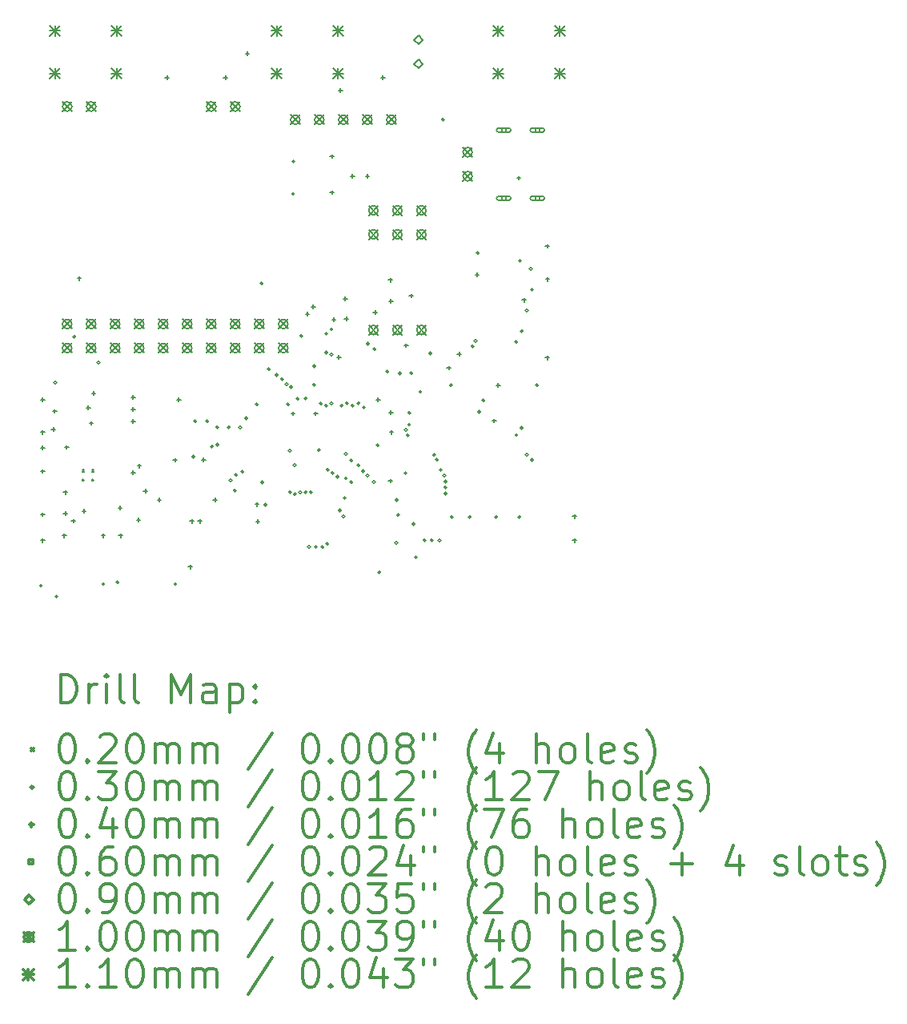
<source format=gbr>
%FSLAX45Y45*%
G04 Gerber Fmt 4.5, Leading zero omitted, Abs format (unit mm)*
G04 Created by KiCad (PCBNEW (5.1.5)-3) date 2020-09-07 20:37:07*
%MOMM*%
%LPD*%
G04 APERTURE LIST*
%ADD10C,0.200000*%
%ADD11C,0.300000*%
G04 APERTURE END LIST*
D10*
X6258250Y-11941500D02*
X6278250Y-11961500D01*
X6278250Y-11941500D02*
X6258250Y-11961500D01*
X6258250Y-12041500D02*
X6278250Y-12061500D01*
X6278250Y-12041500D02*
X6258250Y-12061500D01*
X6358250Y-11941500D02*
X6378250Y-11961500D01*
X6378250Y-11941500D02*
X6358250Y-11961500D01*
X6358250Y-12041500D02*
X6378250Y-12061500D01*
X6378250Y-12041500D02*
X6358250Y-12061500D01*
X5831600Y-13165836D02*
G75*
G03X5831600Y-13165836I-15000J0D01*
G01*
X5985450Y-11022150D02*
G75*
G03X5985450Y-11022150I-15000J0D01*
G01*
X5997208Y-13279882D02*
G75*
G03X5997208Y-13279882I-15000J0D01*
G01*
X6186300Y-10535550D02*
G75*
G03X6186300Y-10535550I-15000J0D01*
G01*
X6441200Y-10807700D02*
G75*
G03X6441200Y-10807700I-15000J0D01*
G01*
X6492000Y-13150850D02*
G75*
G03X6492000Y-13150850I-15000J0D01*
G01*
X6643130Y-13131800D02*
G75*
G03X6643130Y-13131800I-15000J0D01*
G01*
X7254000Y-13150850D02*
G75*
G03X7254000Y-13150850I-15000J0D01*
G01*
X7444500Y-11804650D02*
G75*
G03X7444500Y-11804650I-15000J0D01*
G01*
X7463550Y-11430000D02*
G75*
G03X7463550Y-11430000I-15000J0D01*
G01*
X7590550Y-11430000D02*
G75*
G03X7590550Y-11430000I-15000J0D01*
G01*
X7641350Y-11696700D02*
G75*
G03X7641350Y-11696700I-15000J0D01*
G01*
X7698500Y-11493500D02*
G75*
G03X7698500Y-11493500I-15000J0D01*
G01*
X7698500Y-11676520D02*
G75*
G03X7698500Y-11676520I-15000J0D01*
G01*
X7819150Y-11493500D02*
G75*
G03X7819150Y-11493500I-15000J0D01*
G01*
X7838200Y-12052300D02*
G75*
G03X7838200Y-12052300I-15000J0D01*
G01*
X7882650Y-12160250D02*
G75*
G03X7882650Y-12160250I-15000J0D01*
G01*
X7895350Y-11995150D02*
G75*
G03X7895350Y-11995150I-15000J0D01*
G01*
X7939800Y-11493500D02*
G75*
G03X7939800Y-11493500I-15000J0D01*
G01*
X7965200Y-11963400D02*
G75*
G03X7965200Y-11963400I-15000J0D01*
G01*
X8003300Y-11398250D02*
G75*
G03X8003300Y-11398250I-15000J0D01*
G01*
X8117600Y-11252200D02*
G75*
G03X8117600Y-11252200I-15000J0D01*
G01*
X8165860Y-9972040D02*
G75*
G03X8165860Y-9972040I-15000J0D01*
G01*
X8173480Y-12073890D02*
G75*
G03X8173480Y-12073890I-15000J0D01*
G01*
X8206500Y-12312650D02*
G75*
G03X8206500Y-12312650I-15000J0D01*
G01*
X8242869Y-10877550D02*
G75*
G03X8242869Y-10877550I-15000J0D01*
G01*
X8327150Y-10941050D02*
G75*
G03X8327150Y-10941050I-15000J0D01*
G01*
X8384300Y-10985500D02*
G75*
G03X8384300Y-10985500I-15000J0D01*
G01*
X8432695Y-11036300D02*
G75*
G03X8432695Y-11036300I-15000J0D01*
G01*
X8447800Y-11252200D02*
G75*
G03X8447800Y-11252200I-15000J0D01*
G01*
X8466850Y-11741150D02*
G75*
G03X8466850Y-11741150I-15000J0D01*
G01*
X8466850Y-12179300D02*
G75*
G03X8466850Y-12179300I-15000J0D01*
G01*
X8479550Y-11068050D02*
G75*
G03X8479550Y-11068050I-15000J0D01*
G01*
X8498600Y-9025890D02*
G75*
G03X8498600Y-9025890I-15000J0D01*
G01*
X8503680Y-8685530D02*
G75*
G03X8503680Y-8685530I-15000J0D01*
G01*
X8515872Y-11893804D02*
G75*
G03X8515872Y-11893804I-15000J0D01*
G01*
X8519100Y-12198350D02*
G75*
G03X8519100Y-12198350I-15000J0D01*
G01*
X8546225Y-11191875D02*
G75*
G03X8546225Y-11191875I-15000J0D01*
G01*
X8574800Y-12179300D02*
G75*
G03X8574800Y-12179300I-15000J0D01*
G01*
X8587500Y-10528300D02*
G75*
G03X8587500Y-10528300I-15000J0D01*
G01*
X8631950Y-11188700D02*
G75*
G03X8631950Y-11188700I-15000J0D01*
G01*
X8631950Y-12179300D02*
G75*
G03X8631950Y-12179300I-15000J0D01*
G01*
X8670050Y-12757150D02*
G75*
G03X8670050Y-12757150I-15000J0D01*
G01*
X8689100Y-12179300D02*
G75*
G03X8689100Y-12179300I-15000J0D01*
G01*
X8720000Y-11043500D02*
G75*
G03X8720000Y-11043500I-15000J0D01*
G01*
X8724914Y-10846054D02*
G75*
G03X8724914Y-10846054I-15000J0D01*
G01*
X8739900Y-12757150D02*
G75*
G03X8739900Y-12757150I-15000J0D01*
G01*
X8771650Y-11734800D02*
G75*
G03X8771650Y-11734800I-15000J0D01*
G01*
X8792986Y-11242434D02*
G75*
G03X8792986Y-11242434I-15000J0D01*
G01*
X8809750Y-12757150D02*
G75*
G03X8809750Y-12757150I-15000J0D01*
G01*
X8847850Y-11264900D02*
G75*
G03X8847850Y-11264900I-15000J0D01*
G01*
X8850302Y-10505352D02*
G75*
G03X8850302Y-10505352I-15000J0D01*
G01*
X8850302Y-10703648D02*
G75*
G03X8850302Y-10703648I-15000J0D01*
G01*
X8860550Y-12725400D02*
G75*
G03X8860550Y-12725400I-15000J0D01*
G01*
X8864360Y-11941810D02*
G75*
G03X8864360Y-11941810I-15000J0D01*
G01*
X8905000Y-10458450D02*
G75*
G03X8905000Y-10458450I-15000J0D01*
G01*
X8905000Y-10725150D02*
G75*
G03X8905000Y-10725150I-15000J0D01*
G01*
X8905000Y-11239500D02*
G75*
G03X8905000Y-11239500I-15000J0D01*
G01*
X8917700Y-11976100D02*
G75*
G03X8917700Y-11976100I-15000J0D01*
G01*
X8968500Y-12014200D02*
G75*
G03X8968500Y-12014200I-15000J0D01*
G01*
X8993900Y-12369800D02*
G75*
G03X8993900Y-12369800I-15000J0D01*
G01*
X9012950Y-11264900D02*
G75*
G03X9012950Y-11264900I-15000J0D01*
G01*
X9032000Y-12433300D02*
G75*
G03X9032000Y-12433300I-15000J0D01*
G01*
X9045970Y-12238990D02*
G75*
G03X9045970Y-12238990I-15000J0D01*
G01*
X9057400Y-11772900D02*
G75*
G03X9057400Y-11772900I-15000J0D01*
G01*
X9057400Y-12033250D02*
G75*
G03X9057400Y-12033250I-15000J0D01*
G01*
X9070100Y-11239500D02*
G75*
G03X9070100Y-11239500I-15000J0D01*
G01*
X9114550Y-11842750D02*
G75*
G03X9114550Y-11842750I-15000J0D01*
G01*
X9114550Y-12071350D02*
G75*
G03X9114550Y-12071350I-15000J0D01*
G01*
X9127250Y-11264900D02*
G75*
G03X9127250Y-11264900I-15000J0D01*
G01*
X9190750Y-11239500D02*
G75*
G03X9190750Y-11239500I-15000J0D01*
G01*
X9190750Y-11893550D02*
G75*
G03X9190750Y-11893550I-15000J0D01*
G01*
X9241550Y-11957050D02*
G75*
G03X9241550Y-11957050I-15000J0D01*
G01*
X9247900Y-11283950D02*
G75*
G03X9247900Y-11283950I-15000J0D01*
G01*
X9286000Y-12001500D02*
G75*
G03X9286000Y-12001500I-15000J0D01*
G01*
X9292350Y-10610850D02*
G75*
G03X9292350Y-10610850I-15000J0D01*
G01*
X9355850Y-12071350D02*
G75*
G03X9355850Y-12071350I-15000J0D01*
G01*
X9362200Y-10668000D02*
G75*
G03X9362200Y-10668000I-15000J0D01*
G01*
X9393840Y-11682840D02*
G75*
G03X9393840Y-11682840I-15000J0D01*
G01*
X9413000Y-13025120D02*
G75*
G03X9413000Y-13025120I-15000J0D01*
G01*
X9495550Y-10902950D02*
G75*
G03X9495550Y-10902950I-15000J0D01*
G01*
X9590800Y-12712700D02*
G75*
G03X9590800Y-12712700I-15000J0D01*
G01*
X9598000Y-12261000D02*
G75*
G03X9598000Y-12261000I-15000J0D01*
G01*
X9609850Y-12420600D02*
G75*
G03X9609850Y-12420600I-15000J0D01*
G01*
X9628900Y-10922000D02*
G75*
G03X9628900Y-10922000I-15000J0D01*
G01*
X9688480Y-11977480D02*
G75*
G03X9688480Y-11977480I-15000J0D01*
G01*
X9692400Y-11518900D02*
G75*
G03X9692400Y-11518900I-15000J0D01*
G01*
X9711450Y-11576050D02*
G75*
G03X9711450Y-11576050I-15000J0D01*
G01*
X9727249Y-11465001D02*
G75*
G03X9727249Y-11465001I-15000J0D01*
G01*
X9730500Y-11341100D02*
G75*
G03X9730500Y-11341100I-15000J0D01*
G01*
X9749550Y-10922000D02*
G75*
G03X9749550Y-10922000I-15000J0D01*
G01*
X9774950Y-12515850D02*
G75*
G03X9774950Y-12515850I-15000J0D01*
G01*
X9799080Y-12867640D02*
G75*
G03X9799080Y-12867640I-15000J0D01*
G01*
X9844800Y-11118850D02*
G75*
G03X9844800Y-11118850I-15000J0D01*
G01*
X9889250Y-12687300D02*
G75*
G03X9889250Y-12687300I-15000J0D01*
G01*
X9952440Y-10712760D02*
G75*
G03X9952440Y-10712760I-15000J0D01*
G01*
X9965450Y-12687300D02*
G75*
G03X9965450Y-12687300I-15000J0D01*
G01*
X9990850Y-11785600D02*
G75*
G03X9990850Y-11785600I-15000J0D01*
G01*
X10021958Y-11835757D02*
G75*
G03X10021958Y-11835757I-15000J0D01*
G01*
X10048000Y-12687300D02*
G75*
G03X10048000Y-12687300I-15000J0D01*
G01*
X10060700Y-11944350D02*
G75*
G03X10060700Y-11944350I-15000J0D01*
G01*
X10086100Y-8242300D02*
G75*
G03X10086100Y-8242300I-15000J0D01*
G01*
X10098800Y-12001500D02*
G75*
G03X10098800Y-12001500I-15000J0D01*
G01*
X10111500Y-12065000D02*
G75*
G03X10111500Y-12065000I-15000J0D01*
G01*
X10111500Y-12128500D02*
G75*
G03X10111500Y-12128500I-15000J0D01*
G01*
X10111500Y-12192000D02*
G75*
G03X10111500Y-12192000I-15000J0D01*
G01*
X10168650Y-11049000D02*
G75*
G03X10168650Y-11049000I-15000J0D01*
G01*
X10177540Y-12440920D02*
G75*
G03X10177540Y-12440920I-15000J0D01*
G01*
X10369310Y-12440920D02*
G75*
G03X10369310Y-12440920I-15000J0D01*
G01*
X10397250Y-10636250D02*
G75*
G03X10397250Y-10636250I-15000J0D01*
G01*
X10429000Y-10579100D02*
G75*
G03X10429000Y-10579100I-15000J0D01*
G01*
X10454400Y-9652000D02*
G75*
G03X10454400Y-9652000I-15000J0D01*
G01*
X10467100Y-11329670D02*
G75*
G03X10467100Y-11329670I-15000J0D01*
G01*
X10511550Y-11207750D02*
G75*
G03X10511550Y-11207750I-15000J0D01*
G01*
X10648710Y-12440920D02*
G75*
G03X10648710Y-12440920I-15000J0D01*
G01*
X10860800Y-10591800D02*
G75*
G03X10860800Y-10591800I-15000J0D01*
G01*
X10860800Y-11576050D02*
G75*
G03X10860800Y-11576050I-15000J0D01*
G01*
X10893820Y-12442190D02*
G75*
G03X10893820Y-12442190I-15000J0D01*
G01*
X10898900Y-9734550D02*
G75*
G03X10898900Y-9734550I-15000J0D01*
G01*
X10917950Y-10477500D02*
G75*
G03X10917950Y-10477500I-15000J0D01*
G01*
X10917950Y-11499850D02*
G75*
G03X10917950Y-11499850I-15000J0D01*
G01*
X10972850Y-10257500D02*
G75*
G03X10972850Y-10257500I-15000J0D01*
G01*
X10972850Y-11781500D02*
G75*
G03X10972850Y-11781500I-15000J0D01*
G01*
X11013200Y-9817100D02*
G75*
G03X11013200Y-9817100I-15000J0D01*
G01*
X11025900Y-10039350D02*
G75*
G03X11025900Y-10039350I-15000J0D01*
G01*
X11025900Y-11836400D02*
G75*
G03X11025900Y-11836400I-15000J0D01*
G01*
X11079549Y-11046151D02*
G75*
G03X11079549Y-11046151I-15000J0D01*
G01*
X5836671Y-11180379D02*
X5836671Y-11220379D01*
X5816671Y-11200379D02*
X5856671Y-11200379D01*
X5836671Y-11524300D02*
X5836671Y-11564300D01*
X5816671Y-11544300D02*
X5856671Y-11544300D01*
X5836671Y-11688379D02*
X5836671Y-11728379D01*
X5816671Y-11708379D02*
X5856671Y-11708379D01*
X5836671Y-11936029D02*
X5836671Y-11976029D01*
X5816671Y-11956029D02*
X5856671Y-11956029D01*
X5836671Y-12393229D02*
X5836671Y-12433229D01*
X5816671Y-12413229D02*
X5856671Y-12413229D01*
X5836671Y-12666279D02*
X5836671Y-12706279D01*
X5816671Y-12686279D02*
X5856671Y-12686279D01*
X5949950Y-11492550D02*
X5949950Y-11532550D01*
X5929950Y-11512550D02*
X5969950Y-11512550D01*
X5962650Y-11302050D02*
X5962650Y-11342050D01*
X5942650Y-11322050D02*
X5982650Y-11322050D01*
X6064250Y-12616500D02*
X6064250Y-12656500D01*
X6044250Y-12636500D02*
X6084250Y-12636500D01*
X6076950Y-12159300D02*
X6076950Y-12199300D01*
X6056950Y-12179300D02*
X6096950Y-12179300D01*
X6076950Y-12381550D02*
X6076950Y-12421550D01*
X6056950Y-12401550D02*
X6096950Y-12401550D01*
X6089650Y-11683050D02*
X6089650Y-11723050D01*
X6069650Y-11703050D02*
X6109650Y-11703050D01*
X6162675Y-12460925D02*
X6162675Y-12500925D01*
X6142675Y-12480925D02*
X6182675Y-12480925D01*
X6223000Y-9898700D02*
X6223000Y-9938700D01*
X6203000Y-9918700D02*
X6243000Y-9918700D01*
X6273800Y-12356150D02*
X6273800Y-12396150D01*
X6253800Y-12376150D02*
X6293800Y-12376150D01*
X6318250Y-11263950D02*
X6318250Y-11303950D01*
X6298250Y-11283950D02*
X6338250Y-11283950D01*
X6350000Y-11429050D02*
X6350000Y-11469050D01*
X6330000Y-11449050D02*
X6370000Y-11449050D01*
X6375400Y-11111550D02*
X6375400Y-11151550D01*
X6355400Y-11131550D02*
X6395400Y-11131550D01*
X6477000Y-12616500D02*
X6477000Y-12656500D01*
X6457000Y-12636500D02*
X6497000Y-12636500D01*
X6654800Y-12324400D02*
X6654800Y-12364400D01*
X6634800Y-12344400D02*
X6674800Y-12344400D01*
X6661150Y-12616500D02*
X6661150Y-12656500D01*
X6641150Y-12636500D02*
X6681150Y-12636500D01*
X6794500Y-11156000D02*
X6794500Y-11196000D01*
X6774500Y-11176000D02*
X6814500Y-11176000D01*
X6794500Y-11283000D02*
X6794500Y-11323000D01*
X6774500Y-11303000D02*
X6814500Y-11303000D01*
X6794500Y-11410000D02*
X6794500Y-11450000D01*
X6774500Y-11430000D02*
X6814500Y-11430000D01*
X6794500Y-11949750D02*
X6794500Y-11989750D01*
X6774500Y-11969750D02*
X6814500Y-11969750D01*
X6851400Y-12449900D02*
X6851400Y-12489900D01*
X6831400Y-12469900D02*
X6871400Y-12469900D01*
X6859250Y-11878650D02*
X6859250Y-11918650D01*
X6839250Y-11898650D02*
X6879250Y-11898650D01*
X6924000Y-12144100D02*
X6924000Y-12184100D01*
X6904000Y-12164100D02*
X6944000Y-12164100D01*
X7071000Y-12238400D02*
X7071000Y-12278400D01*
X7051000Y-12258400D02*
X7091000Y-12258400D01*
X7151000Y-7777800D02*
X7151000Y-7817800D01*
X7131000Y-7797800D02*
X7171000Y-7797800D01*
X7237900Y-11817500D02*
X7237900Y-11857500D01*
X7217900Y-11837500D02*
X7257900Y-11837500D01*
X7277100Y-11181400D02*
X7277100Y-11221400D01*
X7257100Y-11201400D02*
X7297100Y-11201400D01*
X7397750Y-12947351D02*
X7397750Y-12987351D01*
X7377750Y-12967351D02*
X7417750Y-12967351D01*
X7415900Y-12465000D02*
X7415900Y-12505000D01*
X7395900Y-12485000D02*
X7435900Y-12485000D01*
X7498450Y-12465000D02*
X7498450Y-12505000D01*
X7478450Y-12485000D02*
X7518450Y-12485000D01*
X7537450Y-11816400D02*
X7537450Y-11856400D01*
X7517450Y-11836400D02*
X7557450Y-11836400D01*
X7661000Y-12238950D02*
X7661000Y-12278950D01*
X7641000Y-12258950D02*
X7681000Y-12258950D01*
X7771500Y-7777800D02*
X7771500Y-7817800D01*
X7751500Y-7797800D02*
X7791500Y-7797800D01*
X8001000Y-7523800D02*
X8001000Y-7563800D01*
X7981000Y-7543800D02*
X8021000Y-7543800D01*
X8102600Y-12286300D02*
X8102600Y-12326300D01*
X8082600Y-12306300D02*
X8122600Y-12306300D01*
X8110874Y-12466024D02*
X8110874Y-12506024D01*
X8090874Y-12486024D02*
X8130874Y-12486024D01*
X8485050Y-11326000D02*
X8485050Y-11366000D01*
X8465050Y-11346000D02*
X8505050Y-11346000D01*
X8636000Y-10273350D02*
X8636000Y-10313350D01*
X8616000Y-10293350D02*
X8656000Y-10293350D01*
X8699500Y-10197150D02*
X8699500Y-10237150D01*
X8679500Y-10217150D02*
X8719500Y-10217150D01*
X8724900Y-11325651D02*
X8724900Y-11365651D01*
X8704900Y-11345651D02*
X8744900Y-11345651D01*
X8897799Y-8608201D02*
X8897799Y-8648201D01*
X8877799Y-8628201D02*
X8917799Y-8628201D01*
X8897799Y-8989201D02*
X8897799Y-9029201D01*
X8877799Y-9009201D02*
X8917799Y-9009201D01*
X8916670Y-10331770D02*
X8916670Y-10371770D01*
X8896670Y-10351770D02*
X8936670Y-10351770D01*
X8968740Y-10731820D02*
X8968740Y-10771820D01*
X8948740Y-10751820D02*
X8988740Y-10751820D01*
X8985250Y-7911150D02*
X8985250Y-7951150D01*
X8965250Y-7931150D02*
X9005250Y-7931150D01*
X9036050Y-10113330D02*
X9036050Y-10153330D01*
X9016050Y-10133330D02*
X9056050Y-10133330D01*
X9048750Y-10324150D02*
X9048750Y-10364150D01*
X9028750Y-10344150D02*
X9068750Y-10344150D01*
X9114790Y-8819200D02*
X9114790Y-8859200D01*
X9094790Y-8839200D02*
X9134790Y-8839200D01*
X9271000Y-8819200D02*
X9271000Y-8859200D01*
X9251000Y-8839200D02*
X9291000Y-8839200D01*
X9353550Y-10257799D02*
X9353550Y-10297799D01*
X9333550Y-10277799D02*
X9373550Y-10277799D01*
X9385300Y-11181400D02*
X9385300Y-11221400D01*
X9365300Y-11201400D02*
X9405300Y-11201400D01*
X9436100Y-7777800D02*
X9436100Y-7817800D01*
X9416100Y-7797800D02*
X9456100Y-7797800D01*
X9513266Y-12037684D02*
X9513266Y-12077684D01*
X9493266Y-12057684D02*
X9533266Y-12057684D01*
X9514350Y-9915700D02*
X9514350Y-9955700D01*
X9494350Y-9935700D02*
X9534350Y-9935700D01*
X9518650Y-10140000D02*
X9518650Y-10180000D01*
X9498650Y-10160000D02*
X9538650Y-10160000D01*
X9518650Y-11314750D02*
X9518650Y-11354750D01*
X9498650Y-11334750D02*
X9538650Y-11334750D01*
X9525000Y-11524300D02*
X9525000Y-11564300D01*
X9505000Y-11544300D02*
X9545000Y-11544300D01*
X9679940Y-10607360D02*
X9679940Y-10647360D01*
X9659940Y-10627360D02*
X9699940Y-10627360D01*
X9734550Y-10082850D02*
X9734550Y-10122850D01*
X9714550Y-10102850D02*
X9754550Y-10102850D01*
X10132060Y-10844850D02*
X10132060Y-10884850D01*
X10112060Y-10864850D02*
X10152060Y-10864850D01*
X10242550Y-10698800D02*
X10242550Y-10738800D01*
X10222550Y-10718800D02*
X10262550Y-10718800D01*
X10431225Y-9858775D02*
X10431225Y-9898775D01*
X10411225Y-9878775D02*
X10451225Y-9878775D01*
X10610850Y-11403650D02*
X10610850Y-11443650D01*
X10590850Y-11423650D02*
X10630850Y-11423650D01*
X10655300Y-11029000D02*
X10655300Y-11069000D01*
X10635300Y-11049000D02*
X10675300Y-11049000D01*
X10871200Y-8838250D02*
X10871200Y-8878250D01*
X10851200Y-8858250D02*
X10891200Y-8858250D01*
X10928550Y-10127500D02*
X10928550Y-10167500D01*
X10908550Y-10147500D02*
X10948550Y-10147500D01*
X11174300Y-9557500D02*
X11174300Y-9597500D01*
X11154300Y-9577500D02*
X11194300Y-9577500D01*
X11175400Y-10737500D02*
X11175400Y-10777500D01*
X11155400Y-10757500D02*
X11195400Y-10757500D01*
X11177500Y-9907500D02*
X11177500Y-9947500D01*
X11157500Y-9927500D02*
X11197500Y-9927500D01*
X11461750Y-12413300D02*
X11461750Y-12453300D01*
X11441750Y-12433300D02*
X11481750Y-12433300D01*
X11461750Y-12667300D02*
X11461750Y-12707300D01*
X11441750Y-12687300D02*
X11481750Y-12687300D01*
X10734313Y-8373413D02*
X10734313Y-8330987D01*
X10691887Y-8330987D01*
X10691887Y-8373413D01*
X10734313Y-8373413D01*
X10768100Y-8332200D02*
X10658100Y-8332200D01*
X10768100Y-8372200D02*
X10658100Y-8372200D01*
X10658100Y-8332200D02*
G75*
G03X10658100Y-8372200I0J-20000D01*
G01*
X10768100Y-8372200D02*
G75*
G03X10768100Y-8332200I0J20000D01*
G01*
X10734313Y-9093413D02*
X10734313Y-9050987D01*
X10691887Y-9050987D01*
X10691887Y-9093413D01*
X10734313Y-9093413D01*
X10768100Y-9052200D02*
X10658100Y-9052200D01*
X10768100Y-9092200D02*
X10658100Y-9092200D01*
X10658100Y-9052200D02*
G75*
G03X10658100Y-9092200I0J-20000D01*
G01*
X10768100Y-9092200D02*
G75*
G03X10768100Y-9052200I0J20000D01*
G01*
X11089313Y-8373413D02*
X11089313Y-8330987D01*
X11046887Y-8330987D01*
X11046887Y-8373413D01*
X11089313Y-8373413D01*
X11123100Y-8332200D02*
X11013100Y-8332200D01*
X11123100Y-8372200D02*
X11013100Y-8372200D01*
X11013100Y-8332200D02*
G75*
G03X11013100Y-8372200I0J-20000D01*
G01*
X11123100Y-8372200D02*
G75*
G03X11123100Y-8332200I0J20000D01*
G01*
X11089313Y-9093413D02*
X11089313Y-9050987D01*
X11046887Y-9050987D01*
X11046887Y-9093413D01*
X11089313Y-9093413D01*
X11123100Y-9052200D02*
X11013100Y-9052200D01*
X11123100Y-9092200D02*
X11013100Y-9092200D01*
X11013100Y-9052200D02*
G75*
G03X11013100Y-9092200I0J-20000D01*
G01*
X11123100Y-9092200D02*
G75*
G03X11123100Y-9052200I0J20000D01*
G01*
X9810750Y-7442750D02*
X9855750Y-7397750D01*
X9810750Y-7352750D01*
X9765750Y-7397750D01*
X9810750Y-7442750D01*
X9810750Y-7696750D02*
X9855750Y-7651750D01*
X9810750Y-7606750D01*
X9765750Y-7651750D01*
X9810750Y-7696750D01*
X6046000Y-8052600D02*
X6146000Y-8152600D01*
X6146000Y-8052600D02*
X6046000Y-8152600D01*
X6146000Y-8102600D02*
G75*
G03X6146000Y-8102600I-50000J0D01*
G01*
X6300000Y-8052600D02*
X6400000Y-8152600D01*
X6400000Y-8052600D02*
X6300000Y-8152600D01*
X6400000Y-8102600D02*
G75*
G03X6400000Y-8102600I-50000J0D01*
G01*
X10281450Y-8535200D02*
X10381450Y-8635200D01*
X10381450Y-8535200D02*
X10281450Y-8635200D01*
X10381450Y-8585200D02*
G75*
G03X10381450Y-8585200I-50000J0D01*
G01*
X10281450Y-8789200D02*
X10381450Y-8889200D01*
X10381450Y-8789200D02*
X10281450Y-8889200D01*
X10381450Y-8839200D02*
G75*
G03X10381450Y-8839200I-50000J0D01*
G01*
X8459000Y-8192300D02*
X8559000Y-8292300D01*
X8559000Y-8192300D02*
X8459000Y-8292300D01*
X8559000Y-8242300D02*
G75*
G03X8559000Y-8242300I-50000J0D01*
G01*
X8713000Y-8192300D02*
X8813000Y-8292300D01*
X8813000Y-8192300D02*
X8713000Y-8292300D01*
X8813000Y-8242300D02*
G75*
G03X8813000Y-8242300I-50000J0D01*
G01*
X8967000Y-8192300D02*
X9067000Y-8292300D01*
X9067000Y-8192300D02*
X8967000Y-8292300D01*
X9067000Y-8242300D02*
G75*
G03X9067000Y-8242300I-50000J0D01*
G01*
X9221000Y-8192300D02*
X9321000Y-8292300D01*
X9321000Y-8192300D02*
X9221000Y-8292300D01*
X9321000Y-8242300D02*
G75*
G03X9321000Y-8242300I-50000J0D01*
G01*
X9475000Y-8192300D02*
X9575000Y-8292300D01*
X9575000Y-8192300D02*
X9475000Y-8292300D01*
X9575000Y-8242300D02*
G75*
G03X9575000Y-8242300I-50000J0D01*
G01*
X6046000Y-10351300D02*
X6146000Y-10451300D01*
X6146000Y-10351300D02*
X6046000Y-10451300D01*
X6146000Y-10401300D02*
G75*
G03X6146000Y-10401300I-50000J0D01*
G01*
X6046000Y-10605300D02*
X6146000Y-10705300D01*
X6146000Y-10605300D02*
X6046000Y-10705300D01*
X6146000Y-10655300D02*
G75*
G03X6146000Y-10655300I-50000J0D01*
G01*
X6300000Y-10351300D02*
X6400000Y-10451300D01*
X6400000Y-10351300D02*
X6300000Y-10451300D01*
X6400000Y-10401300D02*
G75*
G03X6400000Y-10401300I-50000J0D01*
G01*
X6300000Y-10605300D02*
X6400000Y-10705300D01*
X6400000Y-10605300D02*
X6300000Y-10705300D01*
X6400000Y-10655300D02*
G75*
G03X6400000Y-10655300I-50000J0D01*
G01*
X6554000Y-10351300D02*
X6654000Y-10451300D01*
X6654000Y-10351300D02*
X6554000Y-10451300D01*
X6654000Y-10401300D02*
G75*
G03X6654000Y-10401300I-50000J0D01*
G01*
X6554000Y-10605300D02*
X6654000Y-10705300D01*
X6654000Y-10605300D02*
X6554000Y-10705300D01*
X6654000Y-10655300D02*
G75*
G03X6654000Y-10655300I-50000J0D01*
G01*
X6808000Y-10351300D02*
X6908000Y-10451300D01*
X6908000Y-10351300D02*
X6808000Y-10451300D01*
X6908000Y-10401300D02*
G75*
G03X6908000Y-10401300I-50000J0D01*
G01*
X6808000Y-10605300D02*
X6908000Y-10705300D01*
X6908000Y-10605300D02*
X6808000Y-10705300D01*
X6908000Y-10655300D02*
G75*
G03X6908000Y-10655300I-50000J0D01*
G01*
X7062000Y-10351300D02*
X7162000Y-10451300D01*
X7162000Y-10351300D02*
X7062000Y-10451300D01*
X7162000Y-10401300D02*
G75*
G03X7162000Y-10401300I-50000J0D01*
G01*
X7062000Y-10605300D02*
X7162000Y-10705300D01*
X7162000Y-10605300D02*
X7062000Y-10705300D01*
X7162000Y-10655300D02*
G75*
G03X7162000Y-10655300I-50000J0D01*
G01*
X7316000Y-10351300D02*
X7416000Y-10451300D01*
X7416000Y-10351300D02*
X7316000Y-10451300D01*
X7416000Y-10401300D02*
G75*
G03X7416000Y-10401300I-50000J0D01*
G01*
X7316000Y-10605300D02*
X7416000Y-10705300D01*
X7416000Y-10605300D02*
X7316000Y-10705300D01*
X7416000Y-10655300D02*
G75*
G03X7416000Y-10655300I-50000J0D01*
G01*
X7570000Y-10351300D02*
X7670000Y-10451300D01*
X7670000Y-10351300D02*
X7570000Y-10451300D01*
X7670000Y-10401300D02*
G75*
G03X7670000Y-10401300I-50000J0D01*
G01*
X7570000Y-10605300D02*
X7670000Y-10705300D01*
X7670000Y-10605300D02*
X7570000Y-10705300D01*
X7670000Y-10655300D02*
G75*
G03X7670000Y-10655300I-50000J0D01*
G01*
X7824000Y-10351300D02*
X7924000Y-10451300D01*
X7924000Y-10351300D02*
X7824000Y-10451300D01*
X7924000Y-10401300D02*
G75*
G03X7924000Y-10401300I-50000J0D01*
G01*
X7824000Y-10605300D02*
X7924000Y-10705300D01*
X7924000Y-10605300D02*
X7824000Y-10705300D01*
X7924000Y-10655300D02*
G75*
G03X7924000Y-10655300I-50000J0D01*
G01*
X8078000Y-10351300D02*
X8178000Y-10451300D01*
X8178000Y-10351300D02*
X8078000Y-10451300D01*
X8178000Y-10401300D02*
G75*
G03X8178000Y-10401300I-50000J0D01*
G01*
X8078000Y-10605300D02*
X8178000Y-10705300D01*
X8178000Y-10605300D02*
X8078000Y-10705300D01*
X8178000Y-10655300D02*
G75*
G03X8178000Y-10655300I-50000J0D01*
G01*
X8332000Y-10351300D02*
X8432000Y-10451300D01*
X8432000Y-10351300D02*
X8332000Y-10451300D01*
X8432000Y-10401300D02*
G75*
G03X8432000Y-10401300I-50000J0D01*
G01*
X8332000Y-10605300D02*
X8432000Y-10705300D01*
X8432000Y-10605300D02*
X8332000Y-10705300D01*
X8432000Y-10655300D02*
G75*
G03X8432000Y-10655300I-50000J0D01*
G01*
X9284500Y-10414800D02*
X9384500Y-10514800D01*
X9384500Y-10414800D02*
X9284500Y-10514800D01*
X9384500Y-10464800D02*
G75*
G03X9384500Y-10464800I-50000J0D01*
G01*
X9538500Y-10414800D02*
X9638500Y-10514800D01*
X9638500Y-10414800D02*
X9538500Y-10514800D01*
X9638500Y-10464800D02*
G75*
G03X9638500Y-10464800I-50000J0D01*
G01*
X9792500Y-10414800D02*
X9892500Y-10514800D01*
X9892500Y-10414800D02*
X9792500Y-10514800D01*
X9892500Y-10464800D02*
G75*
G03X9892500Y-10464800I-50000J0D01*
G01*
X9284500Y-9151150D02*
X9384500Y-9251150D01*
X9384500Y-9151150D02*
X9284500Y-9251150D01*
X9384500Y-9201150D02*
G75*
G03X9384500Y-9201150I-50000J0D01*
G01*
X9284500Y-9405150D02*
X9384500Y-9505150D01*
X9384500Y-9405150D02*
X9284500Y-9505150D01*
X9384500Y-9455150D02*
G75*
G03X9384500Y-9455150I-50000J0D01*
G01*
X9538500Y-9151150D02*
X9638500Y-9251150D01*
X9638500Y-9151150D02*
X9538500Y-9251150D01*
X9638500Y-9201150D02*
G75*
G03X9638500Y-9201150I-50000J0D01*
G01*
X9538500Y-9405150D02*
X9638500Y-9505150D01*
X9638500Y-9405150D02*
X9538500Y-9505150D01*
X9638500Y-9455150D02*
G75*
G03X9638500Y-9455150I-50000J0D01*
G01*
X9792500Y-9151150D02*
X9892500Y-9251150D01*
X9892500Y-9151150D02*
X9792500Y-9251150D01*
X9892500Y-9201150D02*
G75*
G03X9892500Y-9201150I-50000J0D01*
G01*
X9792500Y-9405150D02*
X9892500Y-9505150D01*
X9892500Y-9405150D02*
X9792500Y-9505150D01*
X9892500Y-9455150D02*
G75*
G03X9892500Y-9455150I-50000J0D01*
G01*
X7570000Y-8052600D02*
X7670000Y-8152600D01*
X7670000Y-8052600D02*
X7570000Y-8152600D01*
X7670000Y-8102600D02*
G75*
G03X7670000Y-8102600I-50000J0D01*
G01*
X7824000Y-8052600D02*
X7924000Y-8152600D01*
X7924000Y-8052600D02*
X7824000Y-8152600D01*
X7924000Y-8102600D02*
G75*
G03X7924000Y-8102600I-50000J0D01*
G01*
X5914000Y-7247500D02*
X6024000Y-7357500D01*
X6024000Y-7247500D02*
X5914000Y-7357500D01*
X5969000Y-7247500D02*
X5969000Y-7357500D01*
X5914000Y-7302500D02*
X6024000Y-7302500D01*
X5914000Y-7697500D02*
X6024000Y-7807500D01*
X6024000Y-7697500D02*
X5914000Y-7807500D01*
X5969000Y-7697500D02*
X5969000Y-7807500D01*
X5914000Y-7752500D02*
X6024000Y-7752500D01*
X6564000Y-7247500D02*
X6674000Y-7357500D01*
X6674000Y-7247500D02*
X6564000Y-7357500D01*
X6619000Y-7247500D02*
X6619000Y-7357500D01*
X6564000Y-7302500D02*
X6674000Y-7302500D01*
X6564000Y-7697500D02*
X6674000Y-7807500D01*
X6674000Y-7697500D02*
X6564000Y-7807500D01*
X6619000Y-7697500D02*
X6619000Y-7807500D01*
X6564000Y-7752500D02*
X6674000Y-7752500D01*
X8257150Y-7247500D02*
X8367150Y-7357500D01*
X8367150Y-7247500D02*
X8257150Y-7357500D01*
X8312150Y-7247500D02*
X8312150Y-7357500D01*
X8257150Y-7302500D02*
X8367150Y-7302500D01*
X8257150Y-7697500D02*
X8367150Y-7807500D01*
X8367150Y-7697500D02*
X8257150Y-7807500D01*
X8312150Y-7697500D02*
X8312150Y-7807500D01*
X8257150Y-7752500D02*
X8367150Y-7752500D01*
X8907150Y-7247500D02*
X9017150Y-7357500D01*
X9017150Y-7247500D02*
X8907150Y-7357500D01*
X8962150Y-7247500D02*
X8962150Y-7357500D01*
X8907150Y-7302500D02*
X9017150Y-7302500D01*
X8907150Y-7697500D02*
X9017150Y-7807500D01*
X9017150Y-7697500D02*
X8907150Y-7807500D01*
X8962150Y-7697500D02*
X8962150Y-7807500D01*
X8907150Y-7752500D02*
X9017150Y-7752500D01*
X10600300Y-7247500D02*
X10710300Y-7357500D01*
X10710300Y-7247500D02*
X10600300Y-7357500D01*
X10655300Y-7247500D02*
X10655300Y-7357500D01*
X10600300Y-7302500D02*
X10710300Y-7302500D01*
X10600300Y-7697500D02*
X10710300Y-7807500D01*
X10710300Y-7697500D02*
X10600300Y-7807500D01*
X10655300Y-7697500D02*
X10655300Y-7807500D01*
X10600300Y-7752500D02*
X10710300Y-7752500D01*
X11250300Y-7247500D02*
X11360300Y-7357500D01*
X11360300Y-7247500D02*
X11250300Y-7357500D01*
X11305300Y-7247500D02*
X11305300Y-7357500D01*
X11250300Y-7302500D02*
X11360300Y-7302500D01*
X11250300Y-7697500D02*
X11360300Y-7807500D01*
X11360300Y-7697500D02*
X11250300Y-7807500D01*
X11305300Y-7697500D02*
X11305300Y-7807500D01*
X11250300Y-7752500D02*
X11360300Y-7752500D01*
D11*
X6025558Y-14405234D02*
X6025558Y-14105234D01*
X6096987Y-14105234D01*
X6139844Y-14119520D01*
X6168416Y-14148091D01*
X6182701Y-14176663D01*
X6196987Y-14233806D01*
X6196987Y-14276663D01*
X6182701Y-14333806D01*
X6168416Y-14362377D01*
X6139844Y-14390949D01*
X6096987Y-14405234D01*
X6025558Y-14405234D01*
X6325558Y-14405234D02*
X6325558Y-14205234D01*
X6325558Y-14262377D02*
X6339844Y-14233806D01*
X6354130Y-14219520D01*
X6382701Y-14205234D01*
X6411273Y-14205234D01*
X6511273Y-14405234D02*
X6511273Y-14205234D01*
X6511273Y-14105234D02*
X6496987Y-14119520D01*
X6511273Y-14133806D01*
X6525558Y-14119520D01*
X6511273Y-14105234D01*
X6511273Y-14133806D01*
X6696987Y-14405234D02*
X6668416Y-14390949D01*
X6654130Y-14362377D01*
X6654130Y-14105234D01*
X6854130Y-14405234D02*
X6825558Y-14390949D01*
X6811273Y-14362377D01*
X6811273Y-14105234D01*
X7196987Y-14405234D02*
X7196987Y-14105234D01*
X7296987Y-14319520D01*
X7396987Y-14105234D01*
X7396987Y-14405234D01*
X7668416Y-14405234D02*
X7668416Y-14248091D01*
X7654130Y-14219520D01*
X7625558Y-14205234D01*
X7568416Y-14205234D01*
X7539844Y-14219520D01*
X7668416Y-14390949D02*
X7639844Y-14405234D01*
X7568416Y-14405234D01*
X7539844Y-14390949D01*
X7525558Y-14362377D01*
X7525558Y-14333806D01*
X7539844Y-14305234D01*
X7568416Y-14290949D01*
X7639844Y-14290949D01*
X7668416Y-14276663D01*
X7811273Y-14205234D02*
X7811273Y-14505234D01*
X7811273Y-14219520D02*
X7839844Y-14205234D01*
X7896987Y-14205234D01*
X7925558Y-14219520D01*
X7939844Y-14233806D01*
X7954130Y-14262377D01*
X7954130Y-14348091D01*
X7939844Y-14376663D01*
X7925558Y-14390949D01*
X7896987Y-14405234D01*
X7839844Y-14405234D01*
X7811273Y-14390949D01*
X8082701Y-14376663D02*
X8096987Y-14390949D01*
X8082701Y-14405234D01*
X8068416Y-14390949D01*
X8082701Y-14376663D01*
X8082701Y-14405234D01*
X8082701Y-14219520D02*
X8096987Y-14233806D01*
X8082701Y-14248091D01*
X8068416Y-14233806D01*
X8082701Y-14219520D01*
X8082701Y-14248091D01*
X5719130Y-14889520D02*
X5739130Y-14909520D01*
X5739130Y-14889520D02*
X5719130Y-14909520D01*
X6082701Y-14735234D02*
X6111273Y-14735234D01*
X6139844Y-14749520D01*
X6154130Y-14763806D01*
X6168416Y-14792377D01*
X6182701Y-14849520D01*
X6182701Y-14920949D01*
X6168416Y-14978091D01*
X6154130Y-15006663D01*
X6139844Y-15020949D01*
X6111273Y-15035234D01*
X6082701Y-15035234D01*
X6054130Y-15020949D01*
X6039844Y-15006663D01*
X6025558Y-14978091D01*
X6011273Y-14920949D01*
X6011273Y-14849520D01*
X6025558Y-14792377D01*
X6039844Y-14763806D01*
X6054130Y-14749520D01*
X6082701Y-14735234D01*
X6311273Y-15006663D02*
X6325558Y-15020949D01*
X6311273Y-15035234D01*
X6296987Y-15020949D01*
X6311273Y-15006663D01*
X6311273Y-15035234D01*
X6439844Y-14763806D02*
X6454130Y-14749520D01*
X6482701Y-14735234D01*
X6554130Y-14735234D01*
X6582701Y-14749520D01*
X6596987Y-14763806D01*
X6611273Y-14792377D01*
X6611273Y-14820949D01*
X6596987Y-14863806D01*
X6425558Y-15035234D01*
X6611273Y-15035234D01*
X6796987Y-14735234D02*
X6825558Y-14735234D01*
X6854130Y-14749520D01*
X6868416Y-14763806D01*
X6882701Y-14792377D01*
X6896987Y-14849520D01*
X6896987Y-14920949D01*
X6882701Y-14978091D01*
X6868416Y-15006663D01*
X6854130Y-15020949D01*
X6825558Y-15035234D01*
X6796987Y-15035234D01*
X6768416Y-15020949D01*
X6754130Y-15006663D01*
X6739844Y-14978091D01*
X6725558Y-14920949D01*
X6725558Y-14849520D01*
X6739844Y-14792377D01*
X6754130Y-14763806D01*
X6768416Y-14749520D01*
X6796987Y-14735234D01*
X7025558Y-15035234D02*
X7025558Y-14835234D01*
X7025558Y-14863806D02*
X7039844Y-14849520D01*
X7068416Y-14835234D01*
X7111273Y-14835234D01*
X7139844Y-14849520D01*
X7154130Y-14878091D01*
X7154130Y-15035234D01*
X7154130Y-14878091D02*
X7168416Y-14849520D01*
X7196987Y-14835234D01*
X7239844Y-14835234D01*
X7268416Y-14849520D01*
X7282701Y-14878091D01*
X7282701Y-15035234D01*
X7425558Y-15035234D02*
X7425558Y-14835234D01*
X7425558Y-14863806D02*
X7439844Y-14849520D01*
X7468416Y-14835234D01*
X7511273Y-14835234D01*
X7539844Y-14849520D01*
X7554130Y-14878091D01*
X7554130Y-15035234D01*
X7554130Y-14878091D02*
X7568416Y-14849520D01*
X7596987Y-14835234D01*
X7639844Y-14835234D01*
X7668416Y-14849520D01*
X7682701Y-14878091D01*
X7682701Y-15035234D01*
X8268416Y-14720949D02*
X8011273Y-15106663D01*
X8654130Y-14735234D02*
X8682701Y-14735234D01*
X8711273Y-14749520D01*
X8725558Y-14763806D01*
X8739844Y-14792377D01*
X8754130Y-14849520D01*
X8754130Y-14920949D01*
X8739844Y-14978091D01*
X8725558Y-15006663D01*
X8711273Y-15020949D01*
X8682701Y-15035234D01*
X8654130Y-15035234D01*
X8625558Y-15020949D01*
X8611273Y-15006663D01*
X8596987Y-14978091D01*
X8582701Y-14920949D01*
X8582701Y-14849520D01*
X8596987Y-14792377D01*
X8611273Y-14763806D01*
X8625558Y-14749520D01*
X8654130Y-14735234D01*
X8882701Y-15006663D02*
X8896987Y-15020949D01*
X8882701Y-15035234D01*
X8868416Y-15020949D01*
X8882701Y-15006663D01*
X8882701Y-15035234D01*
X9082701Y-14735234D02*
X9111273Y-14735234D01*
X9139844Y-14749520D01*
X9154130Y-14763806D01*
X9168416Y-14792377D01*
X9182701Y-14849520D01*
X9182701Y-14920949D01*
X9168416Y-14978091D01*
X9154130Y-15006663D01*
X9139844Y-15020949D01*
X9111273Y-15035234D01*
X9082701Y-15035234D01*
X9054130Y-15020949D01*
X9039844Y-15006663D01*
X9025558Y-14978091D01*
X9011273Y-14920949D01*
X9011273Y-14849520D01*
X9025558Y-14792377D01*
X9039844Y-14763806D01*
X9054130Y-14749520D01*
X9082701Y-14735234D01*
X9368416Y-14735234D02*
X9396987Y-14735234D01*
X9425558Y-14749520D01*
X9439844Y-14763806D01*
X9454130Y-14792377D01*
X9468416Y-14849520D01*
X9468416Y-14920949D01*
X9454130Y-14978091D01*
X9439844Y-15006663D01*
X9425558Y-15020949D01*
X9396987Y-15035234D01*
X9368416Y-15035234D01*
X9339844Y-15020949D01*
X9325558Y-15006663D01*
X9311273Y-14978091D01*
X9296987Y-14920949D01*
X9296987Y-14849520D01*
X9311273Y-14792377D01*
X9325558Y-14763806D01*
X9339844Y-14749520D01*
X9368416Y-14735234D01*
X9639844Y-14863806D02*
X9611273Y-14849520D01*
X9596987Y-14835234D01*
X9582701Y-14806663D01*
X9582701Y-14792377D01*
X9596987Y-14763806D01*
X9611273Y-14749520D01*
X9639844Y-14735234D01*
X9696987Y-14735234D01*
X9725558Y-14749520D01*
X9739844Y-14763806D01*
X9754130Y-14792377D01*
X9754130Y-14806663D01*
X9739844Y-14835234D01*
X9725558Y-14849520D01*
X9696987Y-14863806D01*
X9639844Y-14863806D01*
X9611273Y-14878091D01*
X9596987Y-14892377D01*
X9582701Y-14920949D01*
X9582701Y-14978091D01*
X9596987Y-15006663D01*
X9611273Y-15020949D01*
X9639844Y-15035234D01*
X9696987Y-15035234D01*
X9725558Y-15020949D01*
X9739844Y-15006663D01*
X9754130Y-14978091D01*
X9754130Y-14920949D01*
X9739844Y-14892377D01*
X9725558Y-14878091D01*
X9696987Y-14863806D01*
X9868416Y-14735234D02*
X9868416Y-14792377D01*
X9982701Y-14735234D02*
X9982701Y-14792377D01*
X10425558Y-15149520D02*
X10411273Y-15135234D01*
X10382701Y-15092377D01*
X10368416Y-15063806D01*
X10354130Y-15020949D01*
X10339844Y-14949520D01*
X10339844Y-14892377D01*
X10354130Y-14820949D01*
X10368416Y-14778091D01*
X10382701Y-14749520D01*
X10411273Y-14706663D01*
X10425558Y-14692377D01*
X10668416Y-14835234D02*
X10668416Y-15035234D01*
X10596987Y-14720949D02*
X10525558Y-14935234D01*
X10711273Y-14935234D01*
X11054130Y-15035234D02*
X11054130Y-14735234D01*
X11182701Y-15035234D02*
X11182701Y-14878091D01*
X11168416Y-14849520D01*
X11139844Y-14835234D01*
X11096987Y-14835234D01*
X11068416Y-14849520D01*
X11054130Y-14863806D01*
X11368416Y-15035234D02*
X11339844Y-15020949D01*
X11325558Y-15006663D01*
X11311273Y-14978091D01*
X11311273Y-14892377D01*
X11325558Y-14863806D01*
X11339844Y-14849520D01*
X11368416Y-14835234D01*
X11411273Y-14835234D01*
X11439844Y-14849520D01*
X11454130Y-14863806D01*
X11468416Y-14892377D01*
X11468416Y-14978091D01*
X11454130Y-15006663D01*
X11439844Y-15020949D01*
X11411273Y-15035234D01*
X11368416Y-15035234D01*
X11639844Y-15035234D02*
X11611273Y-15020949D01*
X11596987Y-14992377D01*
X11596987Y-14735234D01*
X11868416Y-15020949D02*
X11839844Y-15035234D01*
X11782701Y-15035234D01*
X11754130Y-15020949D01*
X11739844Y-14992377D01*
X11739844Y-14878091D01*
X11754130Y-14849520D01*
X11782701Y-14835234D01*
X11839844Y-14835234D01*
X11868416Y-14849520D01*
X11882701Y-14878091D01*
X11882701Y-14906663D01*
X11739844Y-14935234D01*
X11996987Y-15020949D02*
X12025558Y-15035234D01*
X12082701Y-15035234D01*
X12111273Y-15020949D01*
X12125558Y-14992377D01*
X12125558Y-14978091D01*
X12111273Y-14949520D01*
X12082701Y-14935234D01*
X12039844Y-14935234D01*
X12011273Y-14920949D01*
X11996987Y-14892377D01*
X11996987Y-14878091D01*
X12011273Y-14849520D01*
X12039844Y-14835234D01*
X12082701Y-14835234D01*
X12111273Y-14849520D01*
X12225558Y-15149520D02*
X12239844Y-15135234D01*
X12268416Y-15092377D01*
X12282701Y-15063806D01*
X12296987Y-15020949D01*
X12311273Y-14949520D01*
X12311273Y-14892377D01*
X12296987Y-14820949D01*
X12282701Y-14778091D01*
X12268416Y-14749520D01*
X12239844Y-14706663D01*
X12225558Y-14692377D01*
X5739130Y-15295520D02*
G75*
G03X5739130Y-15295520I-15000J0D01*
G01*
X6082701Y-15131234D02*
X6111273Y-15131234D01*
X6139844Y-15145520D01*
X6154130Y-15159806D01*
X6168416Y-15188377D01*
X6182701Y-15245520D01*
X6182701Y-15316949D01*
X6168416Y-15374091D01*
X6154130Y-15402663D01*
X6139844Y-15416949D01*
X6111273Y-15431234D01*
X6082701Y-15431234D01*
X6054130Y-15416949D01*
X6039844Y-15402663D01*
X6025558Y-15374091D01*
X6011273Y-15316949D01*
X6011273Y-15245520D01*
X6025558Y-15188377D01*
X6039844Y-15159806D01*
X6054130Y-15145520D01*
X6082701Y-15131234D01*
X6311273Y-15402663D02*
X6325558Y-15416949D01*
X6311273Y-15431234D01*
X6296987Y-15416949D01*
X6311273Y-15402663D01*
X6311273Y-15431234D01*
X6425558Y-15131234D02*
X6611273Y-15131234D01*
X6511273Y-15245520D01*
X6554130Y-15245520D01*
X6582701Y-15259806D01*
X6596987Y-15274091D01*
X6611273Y-15302663D01*
X6611273Y-15374091D01*
X6596987Y-15402663D01*
X6582701Y-15416949D01*
X6554130Y-15431234D01*
X6468416Y-15431234D01*
X6439844Y-15416949D01*
X6425558Y-15402663D01*
X6796987Y-15131234D02*
X6825558Y-15131234D01*
X6854130Y-15145520D01*
X6868416Y-15159806D01*
X6882701Y-15188377D01*
X6896987Y-15245520D01*
X6896987Y-15316949D01*
X6882701Y-15374091D01*
X6868416Y-15402663D01*
X6854130Y-15416949D01*
X6825558Y-15431234D01*
X6796987Y-15431234D01*
X6768416Y-15416949D01*
X6754130Y-15402663D01*
X6739844Y-15374091D01*
X6725558Y-15316949D01*
X6725558Y-15245520D01*
X6739844Y-15188377D01*
X6754130Y-15159806D01*
X6768416Y-15145520D01*
X6796987Y-15131234D01*
X7025558Y-15431234D02*
X7025558Y-15231234D01*
X7025558Y-15259806D02*
X7039844Y-15245520D01*
X7068416Y-15231234D01*
X7111273Y-15231234D01*
X7139844Y-15245520D01*
X7154130Y-15274091D01*
X7154130Y-15431234D01*
X7154130Y-15274091D02*
X7168416Y-15245520D01*
X7196987Y-15231234D01*
X7239844Y-15231234D01*
X7268416Y-15245520D01*
X7282701Y-15274091D01*
X7282701Y-15431234D01*
X7425558Y-15431234D02*
X7425558Y-15231234D01*
X7425558Y-15259806D02*
X7439844Y-15245520D01*
X7468416Y-15231234D01*
X7511273Y-15231234D01*
X7539844Y-15245520D01*
X7554130Y-15274091D01*
X7554130Y-15431234D01*
X7554130Y-15274091D02*
X7568416Y-15245520D01*
X7596987Y-15231234D01*
X7639844Y-15231234D01*
X7668416Y-15245520D01*
X7682701Y-15274091D01*
X7682701Y-15431234D01*
X8268416Y-15116949D02*
X8011273Y-15502663D01*
X8654130Y-15131234D02*
X8682701Y-15131234D01*
X8711273Y-15145520D01*
X8725558Y-15159806D01*
X8739844Y-15188377D01*
X8754130Y-15245520D01*
X8754130Y-15316949D01*
X8739844Y-15374091D01*
X8725558Y-15402663D01*
X8711273Y-15416949D01*
X8682701Y-15431234D01*
X8654130Y-15431234D01*
X8625558Y-15416949D01*
X8611273Y-15402663D01*
X8596987Y-15374091D01*
X8582701Y-15316949D01*
X8582701Y-15245520D01*
X8596987Y-15188377D01*
X8611273Y-15159806D01*
X8625558Y-15145520D01*
X8654130Y-15131234D01*
X8882701Y-15402663D02*
X8896987Y-15416949D01*
X8882701Y-15431234D01*
X8868416Y-15416949D01*
X8882701Y-15402663D01*
X8882701Y-15431234D01*
X9082701Y-15131234D02*
X9111273Y-15131234D01*
X9139844Y-15145520D01*
X9154130Y-15159806D01*
X9168416Y-15188377D01*
X9182701Y-15245520D01*
X9182701Y-15316949D01*
X9168416Y-15374091D01*
X9154130Y-15402663D01*
X9139844Y-15416949D01*
X9111273Y-15431234D01*
X9082701Y-15431234D01*
X9054130Y-15416949D01*
X9039844Y-15402663D01*
X9025558Y-15374091D01*
X9011273Y-15316949D01*
X9011273Y-15245520D01*
X9025558Y-15188377D01*
X9039844Y-15159806D01*
X9054130Y-15145520D01*
X9082701Y-15131234D01*
X9468416Y-15431234D02*
X9296987Y-15431234D01*
X9382701Y-15431234D02*
X9382701Y-15131234D01*
X9354130Y-15174091D01*
X9325558Y-15202663D01*
X9296987Y-15216949D01*
X9582701Y-15159806D02*
X9596987Y-15145520D01*
X9625558Y-15131234D01*
X9696987Y-15131234D01*
X9725558Y-15145520D01*
X9739844Y-15159806D01*
X9754130Y-15188377D01*
X9754130Y-15216949D01*
X9739844Y-15259806D01*
X9568416Y-15431234D01*
X9754130Y-15431234D01*
X9868416Y-15131234D02*
X9868416Y-15188377D01*
X9982701Y-15131234D02*
X9982701Y-15188377D01*
X10425558Y-15545520D02*
X10411273Y-15531234D01*
X10382701Y-15488377D01*
X10368416Y-15459806D01*
X10354130Y-15416949D01*
X10339844Y-15345520D01*
X10339844Y-15288377D01*
X10354130Y-15216949D01*
X10368416Y-15174091D01*
X10382701Y-15145520D01*
X10411273Y-15102663D01*
X10425558Y-15088377D01*
X10696987Y-15431234D02*
X10525558Y-15431234D01*
X10611273Y-15431234D02*
X10611273Y-15131234D01*
X10582701Y-15174091D01*
X10554130Y-15202663D01*
X10525558Y-15216949D01*
X10811273Y-15159806D02*
X10825558Y-15145520D01*
X10854130Y-15131234D01*
X10925558Y-15131234D01*
X10954130Y-15145520D01*
X10968416Y-15159806D01*
X10982701Y-15188377D01*
X10982701Y-15216949D01*
X10968416Y-15259806D01*
X10796987Y-15431234D01*
X10982701Y-15431234D01*
X11082701Y-15131234D02*
X11282701Y-15131234D01*
X11154130Y-15431234D01*
X11625558Y-15431234D02*
X11625558Y-15131234D01*
X11754130Y-15431234D02*
X11754130Y-15274091D01*
X11739844Y-15245520D01*
X11711273Y-15231234D01*
X11668416Y-15231234D01*
X11639844Y-15245520D01*
X11625558Y-15259806D01*
X11939844Y-15431234D02*
X11911273Y-15416949D01*
X11896987Y-15402663D01*
X11882701Y-15374091D01*
X11882701Y-15288377D01*
X11896987Y-15259806D01*
X11911273Y-15245520D01*
X11939844Y-15231234D01*
X11982701Y-15231234D01*
X12011273Y-15245520D01*
X12025558Y-15259806D01*
X12039844Y-15288377D01*
X12039844Y-15374091D01*
X12025558Y-15402663D01*
X12011273Y-15416949D01*
X11982701Y-15431234D01*
X11939844Y-15431234D01*
X12211273Y-15431234D02*
X12182701Y-15416949D01*
X12168416Y-15388377D01*
X12168416Y-15131234D01*
X12439844Y-15416949D02*
X12411273Y-15431234D01*
X12354130Y-15431234D01*
X12325558Y-15416949D01*
X12311273Y-15388377D01*
X12311273Y-15274091D01*
X12325558Y-15245520D01*
X12354130Y-15231234D01*
X12411273Y-15231234D01*
X12439844Y-15245520D01*
X12454130Y-15274091D01*
X12454130Y-15302663D01*
X12311273Y-15331234D01*
X12568416Y-15416949D02*
X12596987Y-15431234D01*
X12654130Y-15431234D01*
X12682701Y-15416949D01*
X12696987Y-15388377D01*
X12696987Y-15374091D01*
X12682701Y-15345520D01*
X12654130Y-15331234D01*
X12611273Y-15331234D01*
X12582701Y-15316949D01*
X12568416Y-15288377D01*
X12568416Y-15274091D01*
X12582701Y-15245520D01*
X12611273Y-15231234D01*
X12654130Y-15231234D01*
X12682701Y-15245520D01*
X12796987Y-15545520D02*
X12811273Y-15531234D01*
X12839844Y-15488377D01*
X12854130Y-15459806D01*
X12868416Y-15416949D01*
X12882701Y-15345520D01*
X12882701Y-15288377D01*
X12868416Y-15216949D01*
X12854130Y-15174091D01*
X12839844Y-15145520D01*
X12811273Y-15102663D01*
X12796987Y-15088377D01*
X5719130Y-15671520D02*
X5719130Y-15711520D01*
X5699130Y-15691520D02*
X5739130Y-15691520D01*
X6082701Y-15527234D02*
X6111273Y-15527234D01*
X6139844Y-15541520D01*
X6154130Y-15555806D01*
X6168416Y-15584377D01*
X6182701Y-15641520D01*
X6182701Y-15712949D01*
X6168416Y-15770091D01*
X6154130Y-15798663D01*
X6139844Y-15812949D01*
X6111273Y-15827234D01*
X6082701Y-15827234D01*
X6054130Y-15812949D01*
X6039844Y-15798663D01*
X6025558Y-15770091D01*
X6011273Y-15712949D01*
X6011273Y-15641520D01*
X6025558Y-15584377D01*
X6039844Y-15555806D01*
X6054130Y-15541520D01*
X6082701Y-15527234D01*
X6311273Y-15798663D02*
X6325558Y-15812949D01*
X6311273Y-15827234D01*
X6296987Y-15812949D01*
X6311273Y-15798663D01*
X6311273Y-15827234D01*
X6582701Y-15627234D02*
X6582701Y-15827234D01*
X6511273Y-15512949D02*
X6439844Y-15727234D01*
X6625558Y-15727234D01*
X6796987Y-15527234D02*
X6825558Y-15527234D01*
X6854130Y-15541520D01*
X6868416Y-15555806D01*
X6882701Y-15584377D01*
X6896987Y-15641520D01*
X6896987Y-15712949D01*
X6882701Y-15770091D01*
X6868416Y-15798663D01*
X6854130Y-15812949D01*
X6825558Y-15827234D01*
X6796987Y-15827234D01*
X6768416Y-15812949D01*
X6754130Y-15798663D01*
X6739844Y-15770091D01*
X6725558Y-15712949D01*
X6725558Y-15641520D01*
X6739844Y-15584377D01*
X6754130Y-15555806D01*
X6768416Y-15541520D01*
X6796987Y-15527234D01*
X7025558Y-15827234D02*
X7025558Y-15627234D01*
X7025558Y-15655806D02*
X7039844Y-15641520D01*
X7068416Y-15627234D01*
X7111273Y-15627234D01*
X7139844Y-15641520D01*
X7154130Y-15670091D01*
X7154130Y-15827234D01*
X7154130Y-15670091D02*
X7168416Y-15641520D01*
X7196987Y-15627234D01*
X7239844Y-15627234D01*
X7268416Y-15641520D01*
X7282701Y-15670091D01*
X7282701Y-15827234D01*
X7425558Y-15827234D02*
X7425558Y-15627234D01*
X7425558Y-15655806D02*
X7439844Y-15641520D01*
X7468416Y-15627234D01*
X7511273Y-15627234D01*
X7539844Y-15641520D01*
X7554130Y-15670091D01*
X7554130Y-15827234D01*
X7554130Y-15670091D02*
X7568416Y-15641520D01*
X7596987Y-15627234D01*
X7639844Y-15627234D01*
X7668416Y-15641520D01*
X7682701Y-15670091D01*
X7682701Y-15827234D01*
X8268416Y-15512949D02*
X8011273Y-15898663D01*
X8654130Y-15527234D02*
X8682701Y-15527234D01*
X8711273Y-15541520D01*
X8725558Y-15555806D01*
X8739844Y-15584377D01*
X8754130Y-15641520D01*
X8754130Y-15712949D01*
X8739844Y-15770091D01*
X8725558Y-15798663D01*
X8711273Y-15812949D01*
X8682701Y-15827234D01*
X8654130Y-15827234D01*
X8625558Y-15812949D01*
X8611273Y-15798663D01*
X8596987Y-15770091D01*
X8582701Y-15712949D01*
X8582701Y-15641520D01*
X8596987Y-15584377D01*
X8611273Y-15555806D01*
X8625558Y-15541520D01*
X8654130Y-15527234D01*
X8882701Y-15798663D02*
X8896987Y-15812949D01*
X8882701Y-15827234D01*
X8868416Y-15812949D01*
X8882701Y-15798663D01*
X8882701Y-15827234D01*
X9082701Y-15527234D02*
X9111273Y-15527234D01*
X9139844Y-15541520D01*
X9154130Y-15555806D01*
X9168416Y-15584377D01*
X9182701Y-15641520D01*
X9182701Y-15712949D01*
X9168416Y-15770091D01*
X9154130Y-15798663D01*
X9139844Y-15812949D01*
X9111273Y-15827234D01*
X9082701Y-15827234D01*
X9054130Y-15812949D01*
X9039844Y-15798663D01*
X9025558Y-15770091D01*
X9011273Y-15712949D01*
X9011273Y-15641520D01*
X9025558Y-15584377D01*
X9039844Y-15555806D01*
X9054130Y-15541520D01*
X9082701Y-15527234D01*
X9468416Y-15827234D02*
X9296987Y-15827234D01*
X9382701Y-15827234D02*
X9382701Y-15527234D01*
X9354130Y-15570091D01*
X9325558Y-15598663D01*
X9296987Y-15612949D01*
X9725558Y-15527234D02*
X9668416Y-15527234D01*
X9639844Y-15541520D01*
X9625558Y-15555806D01*
X9596987Y-15598663D01*
X9582701Y-15655806D01*
X9582701Y-15770091D01*
X9596987Y-15798663D01*
X9611273Y-15812949D01*
X9639844Y-15827234D01*
X9696987Y-15827234D01*
X9725558Y-15812949D01*
X9739844Y-15798663D01*
X9754130Y-15770091D01*
X9754130Y-15698663D01*
X9739844Y-15670091D01*
X9725558Y-15655806D01*
X9696987Y-15641520D01*
X9639844Y-15641520D01*
X9611273Y-15655806D01*
X9596987Y-15670091D01*
X9582701Y-15698663D01*
X9868416Y-15527234D02*
X9868416Y-15584377D01*
X9982701Y-15527234D02*
X9982701Y-15584377D01*
X10425558Y-15941520D02*
X10411273Y-15927234D01*
X10382701Y-15884377D01*
X10368416Y-15855806D01*
X10354130Y-15812949D01*
X10339844Y-15741520D01*
X10339844Y-15684377D01*
X10354130Y-15612949D01*
X10368416Y-15570091D01*
X10382701Y-15541520D01*
X10411273Y-15498663D01*
X10425558Y-15484377D01*
X10511273Y-15527234D02*
X10711273Y-15527234D01*
X10582701Y-15827234D01*
X10954130Y-15527234D02*
X10896987Y-15527234D01*
X10868416Y-15541520D01*
X10854130Y-15555806D01*
X10825558Y-15598663D01*
X10811273Y-15655806D01*
X10811273Y-15770091D01*
X10825558Y-15798663D01*
X10839844Y-15812949D01*
X10868416Y-15827234D01*
X10925558Y-15827234D01*
X10954130Y-15812949D01*
X10968416Y-15798663D01*
X10982701Y-15770091D01*
X10982701Y-15698663D01*
X10968416Y-15670091D01*
X10954130Y-15655806D01*
X10925558Y-15641520D01*
X10868416Y-15641520D01*
X10839844Y-15655806D01*
X10825558Y-15670091D01*
X10811273Y-15698663D01*
X11339844Y-15827234D02*
X11339844Y-15527234D01*
X11468416Y-15827234D02*
X11468416Y-15670091D01*
X11454130Y-15641520D01*
X11425558Y-15627234D01*
X11382701Y-15627234D01*
X11354130Y-15641520D01*
X11339844Y-15655806D01*
X11654130Y-15827234D02*
X11625558Y-15812949D01*
X11611273Y-15798663D01*
X11596987Y-15770091D01*
X11596987Y-15684377D01*
X11611273Y-15655806D01*
X11625558Y-15641520D01*
X11654130Y-15627234D01*
X11696987Y-15627234D01*
X11725558Y-15641520D01*
X11739844Y-15655806D01*
X11754130Y-15684377D01*
X11754130Y-15770091D01*
X11739844Y-15798663D01*
X11725558Y-15812949D01*
X11696987Y-15827234D01*
X11654130Y-15827234D01*
X11925558Y-15827234D02*
X11896987Y-15812949D01*
X11882701Y-15784377D01*
X11882701Y-15527234D01*
X12154130Y-15812949D02*
X12125558Y-15827234D01*
X12068416Y-15827234D01*
X12039844Y-15812949D01*
X12025558Y-15784377D01*
X12025558Y-15670091D01*
X12039844Y-15641520D01*
X12068416Y-15627234D01*
X12125558Y-15627234D01*
X12154130Y-15641520D01*
X12168416Y-15670091D01*
X12168416Y-15698663D01*
X12025558Y-15727234D01*
X12282701Y-15812949D02*
X12311273Y-15827234D01*
X12368416Y-15827234D01*
X12396987Y-15812949D01*
X12411273Y-15784377D01*
X12411273Y-15770091D01*
X12396987Y-15741520D01*
X12368416Y-15727234D01*
X12325558Y-15727234D01*
X12296987Y-15712949D01*
X12282701Y-15684377D01*
X12282701Y-15670091D01*
X12296987Y-15641520D01*
X12325558Y-15627234D01*
X12368416Y-15627234D01*
X12396987Y-15641520D01*
X12511273Y-15941520D02*
X12525558Y-15927234D01*
X12554130Y-15884377D01*
X12568416Y-15855806D01*
X12582701Y-15812949D01*
X12596987Y-15741520D01*
X12596987Y-15684377D01*
X12582701Y-15612949D01*
X12568416Y-15570091D01*
X12554130Y-15541520D01*
X12525558Y-15498663D01*
X12511273Y-15484377D01*
X5730343Y-16108733D02*
X5730343Y-16066307D01*
X5687916Y-16066307D01*
X5687916Y-16108733D01*
X5730343Y-16108733D01*
X6082701Y-15923234D02*
X6111273Y-15923234D01*
X6139844Y-15937520D01*
X6154130Y-15951806D01*
X6168416Y-15980377D01*
X6182701Y-16037520D01*
X6182701Y-16108949D01*
X6168416Y-16166091D01*
X6154130Y-16194663D01*
X6139844Y-16208949D01*
X6111273Y-16223234D01*
X6082701Y-16223234D01*
X6054130Y-16208949D01*
X6039844Y-16194663D01*
X6025558Y-16166091D01*
X6011273Y-16108949D01*
X6011273Y-16037520D01*
X6025558Y-15980377D01*
X6039844Y-15951806D01*
X6054130Y-15937520D01*
X6082701Y-15923234D01*
X6311273Y-16194663D02*
X6325558Y-16208949D01*
X6311273Y-16223234D01*
X6296987Y-16208949D01*
X6311273Y-16194663D01*
X6311273Y-16223234D01*
X6582701Y-15923234D02*
X6525558Y-15923234D01*
X6496987Y-15937520D01*
X6482701Y-15951806D01*
X6454130Y-15994663D01*
X6439844Y-16051806D01*
X6439844Y-16166091D01*
X6454130Y-16194663D01*
X6468416Y-16208949D01*
X6496987Y-16223234D01*
X6554130Y-16223234D01*
X6582701Y-16208949D01*
X6596987Y-16194663D01*
X6611273Y-16166091D01*
X6611273Y-16094663D01*
X6596987Y-16066091D01*
X6582701Y-16051806D01*
X6554130Y-16037520D01*
X6496987Y-16037520D01*
X6468416Y-16051806D01*
X6454130Y-16066091D01*
X6439844Y-16094663D01*
X6796987Y-15923234D02*
X6825558Y-15923234D01*
X6854130Y-15937520D01*
X6868416Y-15951806D01*
X6882701Y-15980377D01*
X6896987Y-16037520D01*
X6896987Y-16108949D01*
X6882701Y-16166091D01*
X6868416Y-16194663D01*
X6854130Y-16208949D01*
X6825558Y-16223234D01*
X6796987Y-16223234D01*
X6768416Y-16208949D01*
X6754130Y-16194663D01*
X6739844Y-16166091D01*
X6725558Y-16108949D01*
X6725558Y-16037520D01*
X6739844Y-15980377D01*
X6754130Y-15951806D01*
X6768416Y-15937520D01*
X6796987Y-15923234D01*
X7025558Y-16223234D02*
X7025558Y-16023234D01*
X7025558Y-16051806D02*
X7039844Y-16037520D01*
X7068416Y-16023234D01*
X7111273Y-16023234D01*
X7139844Y-16037520D01*
X7154130Y-16066091D01*
X7154130Y-16223234D01*
X7154130Y-16066091D02*
X7168416Y-16037520D01*
X7196987Y-16023234D01*
X7239844Y-16023234D01*
X7268416Y-16037520D01*
X7282701Y-16066091D01*
X7282701Y-16223234D01*
X7425558Y-16223234D02*
X7425558Y-16023234D01*
X7425558Y-16051806D02*
X7439844Y-16037520D01*
X7468416Y-16023234D01*
X7511273Y-16023234D01*
X7539844Y-16037520D01*
X7554130Y-16066091D01*
X7554130Y-16223234D01*
X7554130Y-16066091D02*
X7568416Y-16037520D01*
X7596987Y-16023234D01*
X7639844Y-16023234D01*
X7668416Y-16037520D01*
X7682701Y-16066091D01*
X7682701Y-16223234D01*
X8268416Y-15908949D02*
X8011273Y-16294663D01*
X8654130Y-15923234D02*
X8682701Y-15923234D01*
X8711273Y-15937520D01*
X8725558Y-15951806D01*
X8739844Y-15980377D01*
X8754130Y-16037520D01*
X8754130Y-16108949D01*
X8739844Y-16166091D01*
X8725558Y-16194663D01*
X8711273Y-16208949D01*
X8682701Y-16223234D01*
X8654130Y-16223234D01*
X8625558Y-16208949D01*
X8611273Y-16194663D01*
X8596987Y-16166091D01*
X8582701Y-16108949D01*
X8582701Y-16037520D01*
X8596987Y-15980377D01*
X8611273Y-15951806D01*
X8625558Y-15937520D01*
X8654130Y-15923234D01*
X8882701Y-16194663D02*
X8896987Y-16208949D01*
X8882701Y-16223234D01*
X8868416Y-16208949D01*
X8882701Y-16194663D01*
X8882701Y-16223234D01*
X9082701Y-15923234D02*
X9111273Y-15923234D01*
X9139844Y-15937520D01*
X9154130Y-15951806D01*
X9168416Y-15980377D01*
X9182701Y-16037520D01*
X9182701Y-16108949D01*
X9168416Y-16166091D01*
X9154130Y-16194663D01*
X9139844Y-16208949D01*
X9111273Y-16223234D01*
X9082701Y-16223234D01*
X9054130Y-16208949D01*
X9039844Y-16194663D01*
X9025558Y-16166091D01*
X9011273Y-16108949D01*
X9011273Y-16037520D01*
X9025558Y-15980377D01*
X9039844Y-15951806D01*
X9054130Y-15937520D01*
X9082701Y-15923234D01*
X9296987Y-15951806D02*
X9311273Y-15937520D01*
X9339844Y-15923234D01*
X9411273Y-15923234D01*
X9439844Y-15937520D01*
X9454130Y-15951806D01*
X9468416Y-15980377D01*
X9468416Y-16008949D01*
X9454130Y-16051806D01*
X9282701Y-16223234D01*
X9468416Y-16223234D01*
X9725558Y-16023234D02*
X9725558Y-16223234D01*
X9654130Y-15908949D02*
X9582701Y-16123234D01*
X9768416Y-16123234D01*
X9868416Y-15923234D02*
X9868416Y-15980377D01*
X9982701Y-15923234D02*
X9982701Y-15980377D01*
X10425558Y-16337520D02*
X10411273Y-16323234D01*
X10382701Y-16280377D01*
X10368416Y-16251806D01*
X10354130Y-16208949D01*
X10339844Y-16137520D01*
X10339844Y-16080377D01*
X10354130Y-16008949D01*
X10368416Y-15966091D01*
X10382701Y-15937520D01*
X10411273Y-15894663D01*
X10425558Y-15880377D01*
X10596987Y-15923234D02*
X10625558Y-15923234D01*
X10654130Y-15937520D01*
X10668416Y-15951806D01*
X10682701Y-15980377D01*
X10696987Y-16037520D01*
X10696987Y-16108949D01*
X10682701Y-16166091D01*
X10668416Y-16194663D01*
X10654130Y-16208949D01*
X10625558Y-16223234D01*
X10596987Y-16223234D01*
X10568416Y-16208949D01*
X10554130Y-16194663D01*
X10539844Y-16166091D01*
X10525558Y-16108949D01*
X10525558Y-16037520D01*
X10539844Y-15980377D01*
X10554130Y-15951806D01*
X10568416Y-15937520D01*
X10596987Y-15923234D01*
X11054130Y-16223234D02*
X11054130Y-15923234D01*
X11182701Y-16223234D02*
X11182701Y-16066091D01*
X11168416Y-16037520D01*
X11139844Y-16023234D01*
X11096987Y-16023234D01*
X11068416Y-16037520D01*
X11054130Y-16051806D01*
X11368416Y-16223234D02*
X11339844Y-16208949D01*
X11325558Y-16194663D01*
X11311273Y-16166091D01*
X11311273Y-16080377D01*
X11325558Y-16051806D01*
X11339844Y-16037520D01*
X11368416Y-16023234D01*
X11411273Y-16023234D01*
X11439844Y-16037520D01*
X11454130Y-16051806D01*
X11468416Y-16080377D01*
X11468416Y-16166091D01*
X11454130Y-16194663D01*
X11439844Y-16208949D01*
X11411273Y-16223234D01*
X11368416Y-16223234D01*
X11639844Y-16223234D02*
X11611273Y-16208949D01*
X11596987Y-16180377D01*
X11596987Y-15923234D01*
X11868416Y-16208949D02*
X11839844Y-16223234D01*
X11782701Y-16223234D01*
X11754130Y-16208949D01*
X11739844Y-16180377D01*
X11739844Y-16066091D01*
X11754130Y-16037520D01*
X11782701Y-16023234D01*
X11839844Y-16023234D01*
X11868416Y-16037520D01*
X11882701Y-16066091D01*
X11882701Y-16094663D01*
X11739844Y-16123234D01*
X11996987Y-16208949D02*
X12025558Y-16223234D01*
X12082701Y-16223234D01*
X12111273Y-16208949D01*
X12125558Y-16180377D01*
X12125558Y-16166091D01*
X12111273Y-16137520D01*
X12082701Y-16123234D01*
X12039844Y-16123234D01*
X12011273Y-16108949D01*
X11996987Y-16080377D01*
X11996987Y-16066091D01*
X12011273Y-16037520D01*
X12039844Y-16023234D01*
X12082701Y-16023234D01*
X12111273Y-16037520D01*
X12482701Y-16108949D02*
X12711273Y-16108949D01*
X12596987Y-16223234D02*
X12596987Y-15994663D01*
X13211273Y-16023234D02*
X13211273Y-16223234D01*
X13139844Y-15908949D02*
X13068416Y-16123234D01*
X13254130Y-16123234D01*
X13582701Y-16208949D02*
X13611273Y-16223234D01*
X13668416Y-16223234D01*
X13696987Y-16208949D01*
X13711273Y-16180377D01*
X13711273Y-16166091D01*
X13696987Y-16137520D01*
X13668416Y-16123234D01*
X13625558Y-16123234D01*
X13596987Y-16108949D01*
X13582701Y-16080377D01*
X13582701Y-16066091D01*
X13596987Y-16037520D01*
X13625558Y-16023234D01*
X13668416Y-16023234D01*
X13696987Y-16037520D01*
X13882701Y-16223234D02*
X13854130Y-16208949D01*
X13839844Y-16180377D01*
X13839844Y-15923234D01*
X14039844Y-16223234D02*
X14011273Y-16208949D01*
X13996987Y-16194663D01*
X13982701Y-16166091D01*
X13982701Y-16080377D01*
X13996987Y-16051806D01*
X14011273Y-16037520D01*
X14039844Y-16023234D01*
X14082701Y-16023234D01*
X14111273Y-16037520D01*
X14125558Y-16051806D01*
X14139844Y-16080377D01*
X14139844Y-16166091D01*
X14125558Y-16194663D01*
X14111273Y-16208949D01*
X14082701Y-16223234D01*
X14039844Y-16223234D01*
X14225558Y-16023234D02*
X14339844Y-16023234D01*
X14268416Y-15923234D02*
X14268416Y-16180377D01*
X14282701Y-16208949D01*
X14311273Y-16223234D01*
X14339844Y-16223234D01*
X14425558Y-16208949D02*
X14454130Y-16223234D01*
X14511273Y-16223234D01*
X14539844Y-16208949D01*
X14554130Y-16180377D01*
X14554130Y-16166091D01*
X14539844Y-16137520D01*
X14511273Y-16123234D01*
X14468416Y-16123234D01*
X14439844Y-16108949D01*
X14425558Y-16080377D01*
X14425558Y-16066091D01*
X14439844Y-16037520D01*
X14468416Y-16023234D01*
X14511273Y-16023234D01*
X14539844Y-16037520D01*
X14654130Y-16337520D02*
X14668416Y-16323234D01*
X14696987Y-16280377D01*
X14711273Y-16251806D01*
X14725558Y-16208949D01*
X14739844Y-16137520D01*
X14739844Y-16080377D01*
X14725558Y-16008949D01*
X14711273Y-15966091D01*
X14696987Y-15937520D01*
X14668416Y-15894663D01*
X14654130Y-15880377D01*
X5694130Y-16528520D02*
X5739130Y-16483520D01*
X5694130Y-16438520D01*
X5649130Y-16483520D01*
X5694130Y-16528520D01*
X6082701Y-16319234D02*
X6111273Y-16319234D01*
X6139844Y-16333520D01*
X6154130Y-16347806D01*
X6168416Y-16376377D01*
X6182701Y-16433520D01*
X6182701Y-16504949D01*
X6168416Y-16562091D01*
X6154130Y-16590663D01*
X6139844Y-16604949D01*
X6111273Y-16619234D01*
X6082701Y-16619234D01*
X6054130Y-16604949D01*
X6039844Y-16590663D01*
X6025558Y-16562091D01*
X6011273Y-16504949D01*
X6011273Y-16433520D01*
X6025558Y-16376377D01*
X6039844Y-16347806D01*
X6054130Y-16333520D01*
X6082701Y-16319234D01*
X6311273Y-16590663D02*
X6325558Y-16604949D01*
X6311273Y-16619234D01*
X6296987Y-16604949D01*
X6311273Y-16590663D01*
X6311273Y-16619234D01*
X6468416Y-16619234D02*
X6525558Y-16619234D01*
X6554130Y-16604949D01*
X6568416Y-16590663D01*
X6596987Y-16547806D01*
X6611273Y-16490663D01*
X6611273Y-16376377D01*
X6596987Y-16347806D01*
X6582701Y-16333520D01*
X6554130Y-16319234D01*
X6496987Y-16319234D01*
X6468416Y-16333520D01*
X6454130Y-16347806D01*
X6439844Y-16376377D01*
X6439844Y-16447806D01*
X6454130Y-16476377D01*
X6468416Y-16490663D01*
X6496987Y-16504949D01*
X6554130Y-16504949D01*
X6582701Y-16490663D01*
X6596987Y-16476377D01*
X6611273Y-16447806D01*
X6796987Y-16319234D02*
X6825558Y-16319234D01*
X6854130Y-16333520D01*
X6868416Y-16347806D01*
X6882701Y-16376377D01*
X6896987Y-16433520D01*
X6896987Y-16504949D01*
X6882701Y-16562091D01*
X6868416Y-16590663D01*
X6854130Y-16604949D01*
X6825558Y-16619234D01*
X6796987Y-16619234D01*
X6768416Y-16604949D01*
X6754130Y-16590663D01*
X6739844Y-16562091D01*
X6725558Y-16504949D01*
X6725558Y-16433520D01*
X6739844Y-16376377D01*
X6754130Y-16347806D01*
X6768416Y-16333520D01*
X6796987Y-16319234D01*
X7025558Y-16619234D02*
X7025558Y-16419234D01*
X7025558Y-16447806D02*
X7039844Y-16433520D01*
X7068416Y-16419234D01*
X7111273Y-16419234D01*
X7139844Y-16433520D01*
X7154130Y-16462091D01*
X7154130Y-16619234D01*
X7154130Y-16462091D02*
X7168416Y-16433520D01*
X7196987Y-16419234D01*
X7239844Y-16419234D01*
X7268416Y-16433520D01*
X7282701Y-16462091D01*
X7282701Y-16619234D01*
X7425558Y-16619234D02*
X7425558Y-16419234D01*
X7425558Y-16447806D02*
X7439844Y-16433520D01*
X7468416Y-16419234D01*
X7511273Y-16419234D01*
X7539844Y-16433520D01*
X7554130Y-16462091D01*
X7554130Y-16619234D01*
X7554130Y-16462091D02*
X7568416Y-16433520D01*
X7596987Y-16419234D01*
X7639844Y-16419234D01*
X7668416Y-16433520D01*
X7682701Y-16462091D01*
X7682701Y-16619234D01*
X8268416Y-16304949D02*
X8011273Y-16690663D01*
X8654130Y-16319234D02*
X8682701Y-16319234D01*
X8711273Y-16333520D01*
X8725558Y-16347806D01*
X8739844Y-16376377D01*
X8754130Y-16433520D01*
X8754130Y-16504949D01*
X8739844Y-16562091D01*
X8725558Y-16590663D01*
X8711273Y-16604949D01*
X8682701Y-16619234D01*
X8654130Y-16619234D01*
X8625558Y-16604949D01*
X8611273Y-16590663D01*
X8596987Y-16562091D01*
X8582701Y-16504949D01*
X8582701Y-16433520D01*
X8596987Y-16376377D01*
X8611273Y-16347806D01*
X8625558Y-16333520D01*
X8654130Y-16319234D01*
X8882701Y-16590663D02*
X8896987Y-16604949D01*
X8882701Y-16619234D01*
X8868416Y-16604949D01*
X8882701Y-16590663D01*
X8882701Y-16619234D01*
X9082701Y-16319234D02*
X9111273Y-16319234D01*
X9139844Y-16333520D01*
X9154130Y-16347806D01*
X9168416Y-16376377D01*
X9182701Y-16433520D01*
X9182701Y-16504949D01*
X9168416Y-16562091D01*
X9154130Y-16590663D01*
X9139844Y-16604949D01*
X9111273Y-16619234D01*
X9082701Y-16619234D01*
X9054130Y-16604949D01*
X9039844Y-16590663D01*
X9025558Y-16562091D01*
X9011273Y-16504949D01*
X9011273Y-16433520D01*
X9025558Y-16376377D01*
X9039844Y-16347806D01*
X9054130Y-16333520D01*
X9082701Y-16319234D01*
X9282701Y-16319234D02*
X9468416Y-16319234D01*
X9368416Y-16433520D01*
X9411273Y-16433520D01*
X9439844Y-16447806D01*
X9454130Y-16462091D01*
X9468416Y-16490663D01*
X9468416Y-16562091D01*
X9454130Y-16590663D01*
X9439844Y-16604949D01*
X9411273Y-16619234D01*
X9325558Y-16619234D01*
X9296987Y-16604949D01*
X9282701Y-16590663D01*
X9739844Y-16319234D02*
X9596987Y-16319234D01*
X9582701Y-16462091D01*
X9596987Y-16447806D01*
X9625558Y-16433520D01*
X9696987Y-16433520D01*
X9725558Y-16447806D01*
X9739844Y-16462091D01*
X9754130Y-16490663D01*
X9754130Y-16562091D01*
X9739844Y-16590663D01*
X9725558Y-16604949D01*
X9696987Y-16619234D01*
X9625558Y-16619234D01*
X9596987Y-16604949D01*
X9582701Y-16590663D01*
X9868416Y-16319234D02*
X9868416Y-16376377D01*
X9982701Y-16319234D02*
X9982701Y-16376377D01*
X10425558Y-16733520D02*
X10411273Y-16719234D01*
X10382701Y-16676377D01*
X10368416Y-16647806D01*
X10354130Y-16604949D01*
X10339844Y-16533520D01*
X10339844Y-16476377D01*
X10354130Y-16404949D01*
X10368416Y-16362091D01*
X10382701Y-16333520D01*
X10411273Y-16290663D01*
X10425558Y-16276377D01*
X10525558Y-16347806D02*
X10539844Y-16333520D01*
X10568416Y-16319234D01*
X10639844Y-16319234D01*
X10668416Y-16333520D01*
X10682701Y-16347806D01*
X10696987Y-16376377D01*
X10696987Y-16404949D01*
X10682701Y-16447806D01*
X10511273Y-16619234D01*
X10696987Y-16619234D01*
X11054130Y-16619234D02*
X11054130Y-16319234D01*
X11182701Y-16619234D02*
X11182701Y-16462091D01*
X11168416Y-16433520D01*
X11139844Y-16419234D01*
X11096987Y-16419234D01*
X11068416Y-16433520D01*
X11054130Y-16447806D01*
X11368416Y-16619234D02*
X11339844Y-16604949D01*
X11325558Y-16590663D01*
X11311273Y-16562091D01*
X11311273Y-16476377D01*
X11325558Y-16447806D01*
X11339844Y-16433520D01*
X11368416Y-16419234D01*
X11411273Y-16419234D01*
X11439844Y-16433520D01*
X11454130Y-16447806D01*
X11468416Y-16476377D01*
X11468416Y-16562091D01*
X11454130Y-16590663D01*
X11439844Y-16604949D01*
X11411273Y-16619234D01*
X11368416Y-16619234D01*
X11639844Y-16619234D02*
X11611273Y-16604949D01*
X11596987Y-16576377D01*
X11596987Y-16319234D01*
X11868416Y-16604949D02*
X11839844Y-16619234D01*
X11782701Y-16619234D01*
X11754130Y-16604949D01*
X11739844Y-16576377D01*
X11739844Y-16462091D01*
X11754130Y-16433520D01*
X11782701Y-16419234D01*
X11839844Y-16419234D01*
X11868416Y-16433520D01*
X11882701Y-16462091D01*
X11882701Y-16490663D01*
X11739844Y-16519234D01*
X11996987Y-16604949D02*
X12025558Y-16619234D01*
X12082701Y-16619234D01*
X12111273Y-16604949D01*
X12125558Y-16576377D01*
X12125558Y-16562091D01*
X12111273Y-16533520D01*
X12082701Y-16519234D01*
X12039844Y-16519234D01*
X12011273Y-16504949D01*
X11996987Y-16476377D01*
X11996987Y-16462091D01*
X12011273Y-16433520D01*
X12039844Y-16419234D01*
X12082701Y-16419234D01*
X12111273Y-16433520D01*
X12225558Y-16733520D02*
X12239844Y-16719234D01*
X12268416Y-16676377D01*
X12282701Y-16647806D01*
X12296987Y-16604949D01*
X12311273Y-16533520D01*
X12311273Y-16476377D01*
X12296987Y-16404949D01*
X12282701Y-16362091D01*
X12268416Y-16333520D01*
X12239844Y-16290663D01*
X12225558Y-16276377D01*
X5639130Y-16829520D02*
X5739130Y-16929520D01*
X5739130Y-16829520D02*
X5639130Y-16929520D01*
X5739130Y-16879520D02*
G75*
G03X5739130Y-16879520I-50000J0D01*
G01*
X6182701Y-17015234D02*
X6011273Y-17015234D01*
X6096987Y-17015234D02*
X6096987Y-16715234D01*
X6068416Y-16758091D01*
X6039844Y-16786663D01*
X6011273Y-16800949D01*
X6311273Y-16986663D02*
X6325558Y-17000949D01*
X6311273Y-17015234D01*
X6296987Y-17000949D01*
X6311273Y-16986663D01*
X6311273Y-17015234D01*
X6511273Y-16715234D02*
X6539844Y-16715234D01*
X6568416Y-16729520D01*
X6582701Y-16743806D01*
X6596987Y-16772377D01*
X6611273Y-16829520D01*
X6611273Y-16900949D01*
X6596987Y-16958092D01*
X6582701Y-16986663D01*
X6568416Y-17000949D01*
X6539844Y-17015234D01*
X6511273Y-17015234D01*
X6482701Y-17000949D01*
X6468416Y-16986663D01*
X6454130Y-16958092D01*
X6439844Y-16900949D01*
X6439844Y-16829520D01*
X6454130Y-16772377D01*
X6468416Y-16743806D01*
X6482701Y-16729520D01*
X6511273Y-16715234D01*
X6796987Y-16715234D02*
X6825558Y-16715234D01*
X6854130Y-16729520D01*
X6868416Y-16743806D01*
X6882701Y-16772377D01*
X6896987Y-16829520D01*
X6896987Y-16900949D01*
X6882701Y-16958092D01*
X6868416Y-16986663D01*
X6854130Y-17000949D01*
X6825558Y-17015234D01*
X6796987Y-17015234D01*
X6768416Y-17000949D01*
X6754130Y-16986663D01*
X6739844Y-16958092D01*
X6725558Y-16900949D01*
X6725558Y-16829520D01*
X6739844Y-16772377D01*
X6754130Y-16743806D01*
X6768416Y-16729520D01*
X6796987Y-16715234D01*
X7025558Y-17015234D02*
X7025558Y-16815234D01*
X7025558Y-16843806D02*
X7039844Y-16829520D01*
X7068416Y-16815234D01*
X7111273Y-16815234D01*
X7139844Y-16829520D01*
X7154130Y-16858092D01*
X7154130Y-17015234D01*
X7154130Y-16858092D02*
X7168416Y-16829520D01*
X7196987Y-16815234D01*
X7239844Y-16815234D01*
X7268416Y-16829520D01*
X7282701Y-16858092D01*
X7282701Y-17015234D01*
X7425558Y-17015234D02*
X7425558Y-16815234D01*
X7425558Y-16843806D02*
X7439844Y-16829520D01*
X7468416Y-16815234D01*
X7511273Y-16815234D01*
X7539844Y-16829520D01*
X7554130Y-16858092D01*
X7554130Y-17015234D01*
X7554130Y-16858092D02*
X7568416Y-16829520D01*
X7596987Y-16815234D01*
X7639844Y-16815234D01*
X7668416Y-16829520D01*
X7682701Y-16858092D01*
X7682701Y-17015234D01*
X8268416Y-16700949D02*
X8011273Y-17086663D01*
X8654130Y-16715234D02*
X8682701Y-16715234D01*
X8711273Y-16729520D01*
X8725558Y-16743806D01*
X8739844Y-16772377D01*
X8754130Y-16829520D01*
X8754130Y-16900949D01*
X8739844Y-16958092D01*
X8725558Y-16986663D01*
X8711273Y-17000949D01*
X8682701Y-17015234D01*
X8654130Y-17015234D01*
X8625558Y-17000949D01*
X8611273Y-16986663D01*
X8596987Y-16958092D01*
X8582701Y-16900949D01*
X8582701Y-16829520D01*
X8596987Y-16772377D01*
X8611273Y-16743806D01*
X8625558Y-16729520D01*
X8654130Y-16715234D01*
X8882701Y-16986663D02*
X8896987Y-17000949D01*
X8882701Y-17015234D01*
X8868416Y-17000949D01*
X8882701Y-16986663D01*
X8882701Y-17015234D01*
X9082701Y-16715234D02*
X9111273Y-16715234D01*
X9139844Y-16729520D01*
X9154130Y-16743806D01*
X9168416Y-16772377D01*
X9182701Y-16829520D01*
X9182701Y-16900949D01*
X9168416Y-16958092D01*
X9154130Y-16986663D01*
X9139844Y-17000949D01*
X9111273Y-17015234D01*
X9082701Y-17015234D01*
X9054130Y-17000949D01*
X9039844Y-16986663D01*
X9025558Y-16958092D01*
X9011273Y-16900949D01*
X9011273Y-16829520D01*
X9025558Y-16772377D01*
X9039844Y-16743806D01*
X9054130Y-16729520D01*
X9082701Y-16715234D01*
X9282701Y-16715234D02*
X9468416Y-16715234D01*
X9368416Y-16829520D01*
X9411273Y-16829520D01*
X9439844Y-16843806D01*
X9454130Y-16858092D01*
X9468416Y-16886663D01*
X9468416Y-16958092D01*
X9454130Y-16986663D01*
X9439844Y-17000949D01*
X9411273Y-17015234D01*
X9325558Y-17015234D01*
X9296987Y-17000949D01*
X9282701Y-16986663D01*
X9611273Y-17015234D02*
X9668416Y-17015234D01*
X9696987Y-17000949D01*
X9711273Y-16986663D01*
X9739844Y-16943806D01*
X9754130Y-16886663D01*
X9754130Y-16772377D01*
X9739844Y-16743806D01*
X9725558Y-16729520D01*
X9696987Y-16715234D01*
X9639844Y-16715234D01*
X9611273Y-16729520D01*
X9596987Y-16743806D01*
X9582701Y-16772377D01*
X9582701Y-16843806D01*
X9596987Y-16872377D01*
X9611273Y-16886663D01*
X9639844Y-16900949D01*
X9696987Y-16900949D01*
X9725558Y-16886663D01*
X9739844Y-16872377D01*
X9754130Y-16843806D01*
X9868416Y-16715234D02*
X9868416Y-16772377D01*
X9982701Y-16715234D02*
X9982701Y-16772377D01*
X10425558Y-17129520D02*
X10411273Y-17115234D01*
X10382701Y-17072377D01*
X10368416Y-17043806D01*
X10354130Y-17000949D01*
X10339844Y-16929520D01*
X10339844Y-16872377D01*
X10354130Y-16800949D01*
X10368416Y-16758091D01*
X10382701Y-16729520D01*
X10411273Y-16686663D01*
X10425558Y-16672377D01*
X10668416Y-16815234D02*
X10668416Y-17015234D01*
X10596987Y-16700949D02*
X10525558Y-16915234D01*
X10711273Y-16915234D01*
X10882701Y-16715234D02*
X10911273Y-16715234D01*
X10939844Y-16729520D01*
X10954130Y-16743806D01*
X10968416Y-16772377D01*
X10982701Y-16829520D01*
X10982701Y-16900949D01*
X10968416Y-16958092D01*
X10954130Y-16986663D01*
X10939844Y-17000949D01*
X10911273Y-17015234D01*
X10882701Y-17015234D01*
X10854130Y-17000949D01*
X10839844Y-16986663D01*
X10825558Y-16958092D01*
X10811273Y-16900949D01*
X10811273Y-16829520D01*
X10825558Y-16772377D01*
X10839844Y-16743806D01*
X10854130Y-16729520D01*
X10882701Y-16715234D01*
X11339844Y-17015234D02*
X11339844Y-16715234D01*
X11468416Y-17015234D02*
X11468416Y-16858092D01*
X11454130Y-16829520D01*
X11425558Y-16815234D01*
X11382701Y-16815234D01*
X11354130Y-16829520D01*
X11339844Y-16843806D01*
X11654130Y-17015234D02*
X11625558Y-17000949D01*
X11611273Y-16986663D01*
X11596987Y-16958092D01*
X11596987Y-16872377D01*
X11611273Y-16843806D01*
X11625558Y-16829520D01*
X11654130Y-16815234D01*
X11696987Y-16815234D01*
X11725558Y-16829520D01*
X11739844Y-16843806D01*
X11754130Y-16872377D01*
X11754130Y-16958092D01*
X11739844Y-16986663D01*
X11725558Y-17000949D01*
X11696987Y-17015234D01*
X11654130Y-17015234D01*
X11925558Y-17015234D02*
X11896987Y-17000949D01*
X11882701Y-16972377D01*
X11882701Y-16715234D01*
X12154130Y-17000949D02*
X12125558Y-17015234D01*
X12068416Y-17015234D01*
X12039844Y-17000949D01*
X12025558Y-16972377D01*
X12025558Y-16858092D01*
X12039844Y-16829520D01*
X12068416Y-16815234D01*
X12125558Y-16815234D01*
X12154130Y-16829520D01*
X12168416Y-16858092D01*
X12168416Y-16886663D01*
X12025558Y-16915234D01*
X12282701Y-17000949D02*
X12311273Y-17015234D01*
X12368416Y-17015234D01*
X12396987Y-17000949D01*
X12411273Y-16972377D01*
X12411273Y-16958092D01*
X12396987Y-16929520D01*
X12368416Y-16915234D01*
X12325558Y-16915234D01*
X12296987Y-16900949D01*
X12282701Y-16872377D01*
X12282701Y-16858092D01*
X12296987Y-16829520D01*
X12325558Y-16815234D01*
X12368416Y-16815234D01*
X12396987Y-16829520D01*
X12511273Y-17129520D02*
X12525558Y-17115234D01*
X12554130Y-17072377D01*
X12568416Y-17043806D01*
X12582701Y-17000949D01*
X12596987Y-16929520D01*
X12596987Y-16872377D01*
X12582701Y-16800949D01*
X12568416Y-16758091D01*
X12554130Y-16729520D01*
X12525558Y-16686663D01*
X12511273Y-16672377D01*
X5629130Y-17220520D02*
X5739130Y-17330520D01*
X5739130Y-17220520D02*
X5629130Y-17330520D01*
X5684130Y-17220520D02*
X5684130Y-17330520D01*
X5629130Y-17275520D02*
X5739130Y-17275520D01*
X6182701Y-17411234D02*
X6011273Y-17411234D01*
X6096987Y-17411234D02*
X6096987Y-17111234D01*
X6068416Y-17154092D01*
X6039844Y-17182663D01*
X6011273Y-17196949D01*
X6311273Y-17382663D02*
X6325558Y-17396949D01*
X6311273Y-17411234D01*
X6296987Y-17396949D01*
X6311273Y-17382663D01*
X6311273Y-17411234D01*
X6611273Y-17411234D02*
X6439844Y-17411234D01*
X6525558Y-17411234D02*
X6525558Y-17111234D01*
X6496987Y-17154092D01*
X6468416Y-17182663D01*
X6439844Y-17196949D01*
X6796987Y-17111234D02*
X6825558Y-17111234D01*
X6854130Y-17125520D01*
X6868416Y-17139806D01*
X6882701Y-17168377D01*
X6896987Y-17225520D01*
X6896987Y-17296949D01*
X6882701Y-17354092D01*
X6868416Y-17382663D01*
X6854130Y-17396949D01*
X6825558Y-17411234D01*
X6796987Y-17411234D01*
X6768416Y-17396949D01*
X6754130Y-17382663D01*
X6739844Y-17354092D01*
X6725558Y-17296949D01*
X6725558Y-17225520D01*
X6739844Y-17168377D01*
X6754130Y-17139806D01*
X6768416Y-17125520D01*
X6796987Y-17111234D01*
X7025558Y-17411234D02*
X7025558Y-17211234D01*
X7025558Y-17239806D02*
X7039844Y-17225520D01*
X7068416Y-17211234D01*
X7111273Y-17211234D01*
X7139844Y-17225520D01*
X7154130Y-17254092D01*
X7154130Y-17411234D01*
X7154130Y-17254092D02*
X7168416Y-17225520D01*
X7196987Y-17211234D01*
X7239844Y-17211234D01*
X7268416Y-17225520D01*
X7282701Y-17254092D01*
X7282701Y-17411234D01*
X7425558Y-17411234D02*
X7425558Y-17211234D01*
X7425558Y-17239806D02*
X7439844Y-17225520D01*
X7468416Y-17211234D01*
X7511273Y-17211234D01*
X7539844Y-17225520D01*
X7554130Y-17254092D01*
X7554130Y-17411234D01*
X7554130Y-17254092D02*
X7568416Y-17225520D01*
X7596987Y-17211234D01*
X7639844Y-17211234D01*
X7668416Y-17225520D01*
X7682701Y-17254092D01*
X7682701Y-17411234D01*
X8268416Y-17096949D02*
X8011273Y-17482663D01*
X8654130Y-17111234D02*
X8682701Y-17111234D01*
X8711273Y-17125520D01*
X8725558Y-17139806D01*
X8739844Y-17168377D01*
X8754130Y-17225520D01*
X8754130Y-17296949D01*
X8739844Y-17354092D01*
X8725558Y-17382663D01*
X8711273Y-17396949D01*
X8682701Y-17411234D01*
X8654130Y-17411234D01*
X8625558Y-17396949D01*
X8611273Y-17382663D01*
X8596987Y-17354092D01*
X8582701Y-17296949D01*
X8582701Y-17225520D01*
X8596987Y-17168377D01*
X8611273Y-17139806D01*
X8625558Y-17125520D01*
X8654130Y-17111234D01*
X8882701Y-17382663D02*
X8896987Y-17396949D01*
X8882701Y-17411234D01*
X8868416Y-17396949D01*
X8882701Y-17382663D01*
X8882701Y-17411234D01*
X9082701Y-17111234D02*
X9111273Y-17111234D01*
X9139844Y-17125520D01*
X9154130Y-17139806D01*
X9168416Y-17168377D01*
X9182701Y-17225520D01*
X9182701Y-17296949D01*
X9168416Y-17354092D01*
X9154130Y-17382663D01*
X9139844Y-17396949D01*
X9111273Y-17411234D01*
X9082701Y-17411234D01*
X9054130Y-17396949D01*
X9039844Y-17382663D01*
X9025558Y-17354092D01*
X9011273Y-17296949D01*
X9011273Y-17225520D01*
X9025558Y-17168377D01*
X9039844Y-17139806D01*
X9054130Y-17125520D01*
X9082701Y-17111234D01*
X9439844Y-17211234D02*
X9439844Y-17411234D01*
X9368416Y-17096949D02*
X9296987Y-17311234D01*
X9482701Y-17311234D01*
X9568416Y-17111234D02*
X9754130Y-17111234D01*
X9654130Y-17225520D01*
X9696987Y-17225520D01*
X9725558Y-17239806D01*
X9739844Y-17254092D01*
X9754130Y-17282663D01*
X9754130Y-17354092D01*
X9739844Y-17382663D01*
X9725558Y-17396949D01*
X9696987Y-17411234D01*
X9611273Y-17411234D01*
X9582701Y-17396949D01*
X9568416Y-17382663D01*
X9868416Y-17111234D02*
X9868416Y-17168377D01*
X9982701Y-17111234D02*
X9982701Y-17168377D01*
X10425558Y-17525520D02*
X10411273Y-17511234D01*
X10382701Y-17468377D01*
X10368416Y-17439806D01*
X10354130Y-17396949D01*
X10339844Y-17325520D01*
X10339844Y-17268377D01*
X10354130Y-17196949D01*
X10368416Y-17154092D01*
X10382701Y-17125520D01*
X10411273Y-17082663D01*
X10425558Y-17068377D01*
X10696987Y-17411234D02*
X10525558Y-17411234D01*
X10611273Y-17411234D02*
X10611273Y-17111234D01*
X10582701Y-17154092D01*
X10554130Y-17182663D01*
X10525558Y-17196949D01*
X10811273Y-17139806D02*
X10825558Y-17125520D01*
X10854130Y-17111234D01*
X10925558Y-17111234D01*
X10954130Y-17125520D01*
X10968416Y-17139806D01*
X10982701Y-17168377D01*
X10982701Y-17196949D01*
X10968416Y-17239806D01*
X10796987Y-17411234D01*
X10982701Y-17411234D01*
X11339844Y-17411234D02*
X11339844Y-17111234D01*
X11468416Y-17411234D02*
X11468416Y-17254092D01*
X11454130Y-17225520D01*
X11425558Y-17211234D01*
X11382701Y-17211234D01*
X11354130Y-17225520D01*
X11339844Y-17239806D01*
X11654130Y-17411234D02*
X11625558Y-17396949D01*
X11611273Y-17382663D01*
X11596987Y-17354092D01*
X11596987Y-17268377D01*
X11611273Y-17239806D01*
X11625558Y-17225520D01*
X11654130Y-17211234D01*
X11696987Y-17211234D01*
X11725558Y-17225520D01*
X11739844Y-17239806D01*
X11754130Y-17268377D01*
X11754130Y-17354092D01*
X11739844Y-17382663D01*
X11725558Y-17396949D01*
X11696987Y-17411234D01*
X11654130Y-17411234D01*
X11925558Y-17411234D02*
X11896987Y-17396949D01*
X11882701Y-17368377D01*
X11882701Y-17111234D01*
X12154130Y-17396949D02*
X12125558Y-17411234D01*
X12068416Y-17411234D01*
X12039844Y-17396949D01*
X12025558Y-17368377D01*
X12025558Y-17254092D01*
X12039844Y-17225520D01*
X12068416Y-17211234D01*
X12125558Y-17211234D01*
X12154130Y-17225520D01*
X12168416Y-17254092D01*
X12168416Y-17282663D01*
X12025558Y-17311234D01*
X12282701Y-17396949D02*
X12311273Y-17411234D01*
X12368416Y-17411234D01*
X12396987Y-17396949D01*
X12411273Y-17368377D01*
X12411273Y-17354092D01*
X12396987Y-17325520D01*
X12368416Y-17311234D01*
X12325558Y-17311234D01*
X12296987Y-17296949D01*
X12282701Y-17268377D01*
X12282701Y-17254092D01*
X12296987Y-17225520D01*
X12325558Y-17211234D01*
X12368416Y-17211234D01*
X12396987Y-17225520D01*
X12511273Y-17525520D02*
X12525558Y-17511234D01*
X12554130Y-17468377D01*
X12568416Y-17439806D01*
X12582701Y-17396949D01*
X12596987Y-17325520D01*
X12596987Y-17268377D01*
X12582701Y-17196949D01*
X12568416Y-17154092D01*
X12554130Y-17125520D01*
X12525558Y-17082663D01*
X12511273Y-17068377D01*
M02*

</source>
